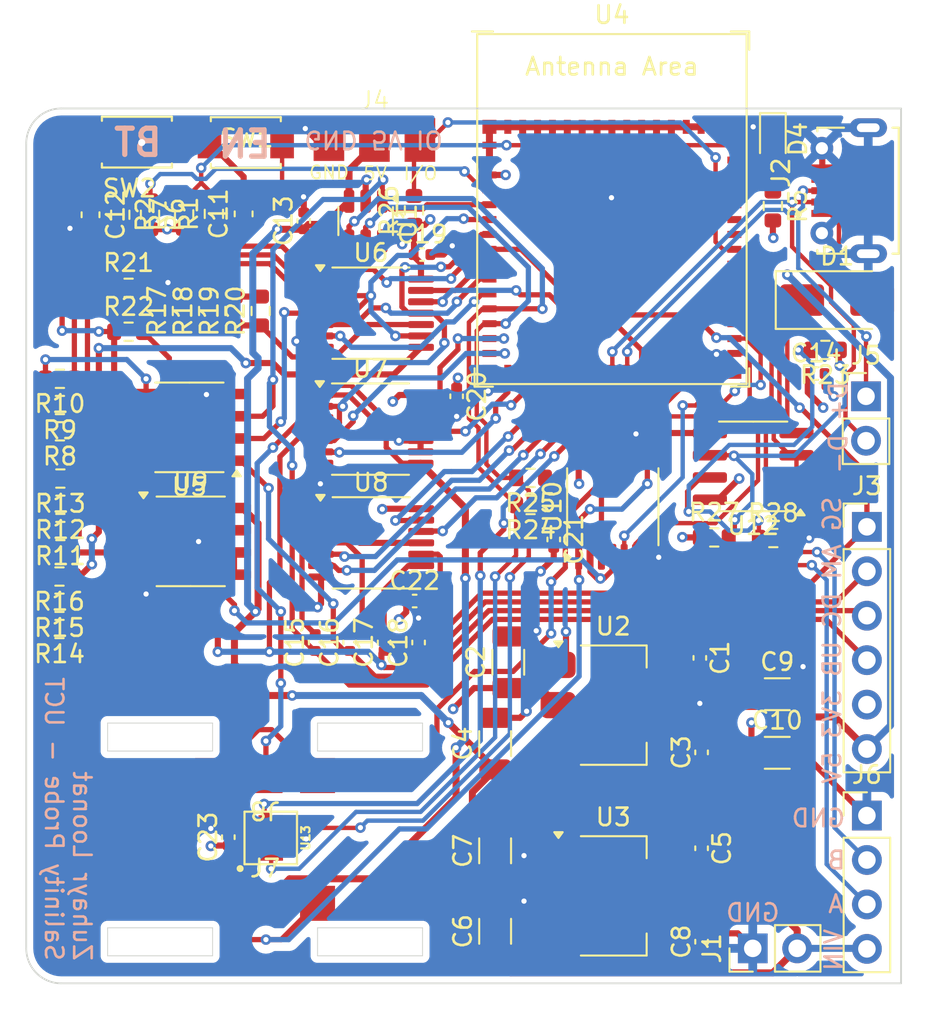
<source format=kicad_pcb>
(kicad_pcb (version 20240108) (generator "pcbnew") (generator_version "8.0")
  (title_block (title "Probe PCB") (date "2025-08-25") (rev "V4-0"))
  (layers (0 "F.Cu" signal) (1 "In1.Cu" signal) (2 "In2.Cu" signal) (31 "B.Cu" signal) (34 "B.Paste" user) (35 "F.Paste" user) (36 "B.SilkS" user "B.Silkscreen") (37 "F.SilkS" user "F.Silkscreen") (38 "B.Mask" user) (39 "F.Mask" user) (44 "Edge.Cuts" user))
  (net 0 "")
  (net 1 "5V")
  (net 2 "GND")
  (net 3 "3V3")
  (net 4 "9V")
  (net 5 "Net-(C11-Pad1)")
  (net 6 "Net-(C12-Pad1)")
  (net 7 "C_UBD")
  (net 8 "/UNB_DAC")
  (net 9 "C_DAC")
  (net 10 "/DAC")
  (net 11 "C_AMP")
  (net 12 "/AMP")
  (net 13 "C_SGN")
  (net 14 "/Signal")
  (net 15 "Net-(D1-A)")
  (net 16 "Net-(D4-A)")
  (net 17 "D+")
  (net 18 "D-")
  (net 19 "GPIO42")
  (net 20 "RS485_B-")
  (net 21 "RS485_A+")
  (net 22 "Au+ Shield")
  (net 23 "/Au+")
  (net 24 "/Au-")
  (net 25 "Au- Shield")
  (net 26 "EN")
  (net 27 "GPIO0")
  (net 28 "Net-(U6-NO1)")
  (net 29 "Net-(U6-NO2)")
  (net 30 "Net-(U6-NO3)")
  (net 31 "/Calib")
  (net 32 "Net-(U5B--)")
  (net 33 "SDA")
  (net 34 "SCL")
  (net 35 "SW_R1_100")
  (net 36 "INT")
  (net 38 "SW_Au-_SH+")
  (net 41 "SW_UBD")
  (net 43 "SW_SGN")
  (net 44 "SW_AMP")
  (net 45 "SW_R1_1K")
  (net 46 "SW_Au+_SH-")
  (net 48 "GPIO39")
  (net 50 "SW_Au-_GND")
  (net 51 "SW_Au-")
  (net 52 "SW_Au+_SH+")
  (net 53 "SW_Calib")
  (net 55 "SW_Au+")
  (net 56 "SW_Au+_GND")
  (net 57 "SW_Au-_SH-")
  (net 59 "SW_R1_10K")
  (net 60 "GPIO41")
  (net 61 "GPIO40")
  (net 62 "SW_DAC")
  (net 63 "Net-(U10-COM1)")
  (footprint "Resistor_SMD:R_0603_1608Metric" (layer "F.Cu") (at 145.85 32.76)
    (property "Reference" "R22")
    (property "Value" "10K")
  )
  (footprint "ThesisLib:SHOUHAN_MICROXNJ_Edited" (layer "F.Cu") (at 189.875 24.7 -90)
    (property "Reference" "J2")
    (property "Value" "USB_B_Micro")
  )
  (footprint "Connector_PinHeader_2.54mm:PinHeader_1x02_P2.54mm_Vertical" (layer "F.Cu") (at 181.525 68 90)
    (property "Reference" "J1")
    (property "Value" "PWR")
  )
  (footprint "Capacitor_SMD:C_0603_1608Metric" (layer "F.Cu") (at 152.425 26.025 90)
    (property "Reference" "C11")
    (property "Value" "10uF")
  )
  (footprint "Diode_SMD:D_SMA" (layer "F.Cu") (at 186.35 30.95)
    (property "Reference" "D1")
    (property "Value" "SS34")
  )
  (footprint "Resistor_SMD:R_0603_1608Metric" (layer "F.Cu") (at 150.725 26.025 90)
    (property "Reference" "R1")
    (property "Value" "470")
  )
  (footprint "ThesisLib:SW_TS-1088-AR02016" (layer "F.Cu") (at 152.55 21.95)
    (property "Reference" "SW1")
    (property "Value" "SW_En" (hide yes))
  )
  (footprint "Resistor_SMD:R_0603_1608Metric" (layer "F.Cu") (at 141.95 42.65 180)
    (property "Reference" "R12")
    (property "Value" "3K")
  )
  (footprint "Capacitor_SMD:C_0402_1005Metric" (layer "F.Cu") (at 155.8625 26.425 90)
    (property "Reference" "C13")
    (property "Value" "0.1uF")
  )
  (footprint "ThesisLib:CCLGA-7L" (layer "F.Cu") (at 153.975 61.69 -90)
    (property "Reference" "U13")
    (property "Value" "LPS28DFW")
  )
  (footprint "Capacitor_SMD:C_0402_1005Metric" (layer "F.Cu") (at 156.515 50.52 90)
    (property "Reference" "C15")
    (property "Value" "0.1uF")
  )
  (footprint "Resistor_SMD:R_0603_1608Metric" (layer "F.Cu") (at 162.1625 25.825 90)
    (property "Reference" "R26")
    (property "Value" "4.7K")
  )
  (footprint "Resistor_SMD:R_0603_1608Metric" (layer "F.Cu") (at 150.4 31.575 90)
    (property "Reference" "R18")
    (property "Value" "20")
  )
  (footprint "Capacitor_SMD:C_0402_1005Metric" (layer "F.Cu") (at 158.485 50.52 90)
    (property "Reference" "C16")
    (property "Value" "0.1uF")
  )
  (footprint "Capacitor_SMD:C_0402_1005Metric" (layer "F.Cu") (at 162.62 28.35)
    (property "Reference" "C19")
    (property "Value" "0.1uF")
  )
  (footprint "Capacitor_SMD:C_0402_1005Metric" (layer "F.Cu") (at 162.2 48.15)
    (property "Reference" "C22")
    (property "Value" "0.1uF")
  )
  (footprint "Capacitor_SMD:C_0402_1005Metric" (layer "F.Cu") (at 178.6 67.62 90)
    (property "Reference" "C8")
    (property "Value" "0.1uF")
  )
  (footprint "Capacitor_SMD:C_0402_1005Metric" (layer "F.Cu") (at 160.455 50.52 90)
    (property "Reference" "C17")
    (property "Value" "0.1uF")
  )
  (footprint "Resistor_SMD:R_0603_1608Metric" (layer "F.Cu") (at 179.325 44.515)
    (property "Reference" "R27")
    (property "Value" "4.7K")
  )
  (footprint "Resistor_SMD:R_0603_1608Metric" (layer "F.Cu") (at 141.9 48.25 180)
    (property "Reference" "R15")
    (property "Value" "30K")
  )
  (footprint "Resistor_SMD:R_0603_1608Metric" (layer "F.Cu") (at 151.9 31.575 90)
    (property "Reference" "R19")
    (property "Value" "20")
  )
  (footprint "Resistor_SMD:R_0603_1608Metric" (layer "F.Cu") (at 141.9 46.75 180)
    (property "Reference" "R16")
    (property "Value" "30K")
  )
  (footprint "ThesisLib:SW_TS-1088-AR02016" (layer "F.Cu") (at 146.325 21.925 180)
    (property "Reference" "SW2")
    (property "Value" "SW_Boot" (hide yes))
  )
  (footprint "Connector_PinHeader_2.54mm:PinHeader_1x02_P2.54mm_Vertical" (layer "F.Cu") (at 188 36.45)
    (property "Reference" "J5")
    (property "Value" "Data")
  )
  (footprint "Capacitor_SMD:C_0603_1608Metric" (layer "F.Cu") (at 143.675 26.075 -90)
    (property "Reference" "C12")
    (property "Value" "10uF")
  )
  (footprint "Resistor_SMD:R_0603_1608Metric" (layer "F.Cu") (at 185.675 33.8 180)
    (property "Reference" "R23")
    (property "Value" "120")
  )
  (footprint "Capacitor_SMD:C_0402_1005Metric" (layer "F.Cu") (at 170.15 44.63 -90)
    (property "Reference" "C21")
    (property "Value" "0.1uF")
  )
  (footprint "Connector_PinHeader_2.54mm:PinHeader_1x04_P2.54mm_Vertical" (layer "F.Cu") (at 188.05 60.41)
    (property "Reference" "J6")
    (property "Value" "Inter Board" (hide yes))
  )
  (footprint "Capacitor_SMD:C_1206_3216Metric" (layer "F.Cu") (at 166.8 67.025 90)
    (property "Reference" "C6")
    (property "Value" "22uF")
  )
  (footprint "Package_SO:TSSOP-14_4.4x5mm_P0.65mm" (layer "F.Cu") (at 159.675 38.325)
    (property "Reference" "U7")
    (property "Value" "4xSwitch")
  )
  (footprint "Resistor_SMD:R_0603_1608Metric" (layer "F.Cu") (at 168.825 42.6625 180)
    (property "Reference" "R24")
    (property "Value" "4.7K")
  )
  (footprint "ThesisLib:Au_Electrode_edited_1" (layer "F.Cu") (at 153.65 55.625 180)
    (property "Reference" "J8")
    (property "Value" "Au2")
    (fp_line (start 9 0.5) (end 3 0.5) (stroke (width 0.05)) (layer "Edge.Cuts"))
    (fp_line (start 9 -1.1) (end 9 0.5) (stroke (width 0.05)) (layer "Edge.Cuts"))
    (fp_line (start 3 -1.1) (end 9 -1.1) (stroke (width 0.05)) (layer "Edge.Cuts"))
    (fp_line (start 3 -1.1) (end 3 0.5) (stroke (width 0.05)) (layer "Edge.Cuts"))
    (fp_line (start -3 -1.1) (end -3 0.5) (stroke (width 0.05)) (layer "Edge.Cuts"))
    (fp_line (start -3 -1.1) (end -9 -1.1) (stroke (width 0.05)) (layer "Edge.Cuts"))
    (fp_line (start -9 0.5) (end -3 0.5) (stroke (width 0.05)) (layer "Edge.Cuts"))
    (fp_line (start -9 -1.1) (end -9 0.5) (stroke (width 0.05)) (layer "Edge.Cuts"))
  )
  (footprint "Package_TO_SOT_SMD:SOT-223-3_TabPin2" (layer "F.Cu") (at 173.55 54.1)
    (property "Reference" "U2")
    (property "Value" "AMS1117-3.3")
  )
  (footprint "PCM_Espressif:ESP32-S2-MINI-1" (layer "F.Cu") (at 173.475 28.05)
    (property "Reference" "U4")
    (property "Value" "ESP32-S2-MINI-1")
  )
  (footprint "Package_SO:TSSOP-14_4.4x5mm_P0.65mm" (layer "F.Cu") (at 159.7 31.7)
    (property "Reference" "U6")
    (property "Value" "4xSwitch")
  )
  (footprint "Capacitor_SMD:C_0402_1005Metric" (layer "F.Cu") (at 164.6 36.45 -90)
    (property "Reference" "C20")
    (property "Value" "0.1uF")
  )
  (footprint "Package_TO_SOT_SMD:SOT-23-6" (layer "F.Cu") (at 159.4 26.4375 -90)
    (property "Reference" "U1")
    (property "Value" "MCP4725xxx-xCH")
  )
  (footprint "Capacitor_SMD:C_1206_3216Metric" (layer "F.Cu") (at 166.8 62.425 90)
    (property "Reference" "C7")
    (property "Value" "22uF")
  )
  (footprint "Capacitor_SMD:C_0402_1005Metric" (layer "F.Cu") (at 162.425 50.52 90)
    (property "Reference" "C18")
    (property "Value" "0.1uF")
  )
  (footprint "Capacitor_SMD:C_0402_1005Metric" (layer "F.Cu") (at 178.5 51.4 -90)
    (property "Reference" "C1")
    (property "Value" "0.1uF")
  )
  (footprint "Resistor_SMD:R_0603_1608Metric" (layer "F.Cu") (at 141.925 35.45 180)
    (property "Reference" "R10")
    (property "Value" "300")
  )
  (footprint "Resistor_SMD:R_0603_1608Metric" (layer "F.Cu") (at 145.85 30.25)
    (property "Reference" "R21")
    (property "Value" "1K")
  )
  (footprint "Capacitor_SMD:C_1206_3216Metric" (layer "F.Cu") (at 182.925 56.825)
    (property "Reference" "C10")
    (property "Value" "22uF")
  )
  (footprint "Resistor_SMD:R_0603_1608Metric" (layer "F.Cu") (at 145.375 26.075 -90)
    (property "Reference" "R2")
    (property "Value" "470")
  )
  (footprint "Capacitor_SMD:C_1206_3216Metric" (layer "F.Cu") (at 182.925 53.475)
    (property "Reference" "C9")
    (property "Value" "22uF")
  )
  (footprint "Resistor_SMD:R_0603_1608Metric" (layer "F.Cu") (at 149.025 26.05 90)
    (property "Reference" "R7")
    (property "Value" "10K")
  )
  (footprint "Resistor_SMD:R_0603_1608Metric" (layer "F.Cu") (at 141.925 38.45 180)
    (property "Reference" "R8")
    (property "Value" "300")
  )
  (footprint "Resistor_SMD:R_0603_1608Metric" (layer "F.Cu") (at 168.825 41.1125 180)
    (property "Reference" "R25")
    (property "Value" "4.7K")
  )
  (footprint "Package_SO:SOIC-8_3.9x4.9mm_P1.27mm" (layer "F.Cu") (at 181.55 40.455 180)
    (property "Reference" "U12")
    (property "Value" "SP3485EN")
  )
  (footprint "ThesisLib:3-Wire Solder Pads" (layer "F.Cu") (at 159.9 23.55)
    (property "Reference" "J4")
    (property "Value" "Temp_Pads")
  )
  (footprint "Resistor_SMD:R_0603_1608Metric" (layer "F.Cu") (at 141.95 41.15 180)
    (property "Reference" "R13")
    (property "Value" "3K")
  )
  (footprint "Resistor_SMD:R_0603_1608Metric" (layer "F.Cu") (at 153.4 31.575 90)
    (property "Reference" "R20")
    (property "Value" "20")
  )
  (footprint "Package_SO:SOIC-8_3.9x4.9mm_P1.27mm" (layer "F.Cu") (at 149.4 44.74)
    (property "Reference" "U9")
    (property "Value" "LM358")
  )
  (footprint "Resistor_SMD:R_0603_1608Metric" (layer "F.Cu") (at 141.95 44.15 180)
    (property "Reference" "R11")
    (property "Value" "3K")
  )
  (footprint "Capacitor_SMD:C_0402_1005Metric" (layer "F.Cu") (at 178.6 62.28 -90)
    (property "Reference" "C5")
    (property "Value" "0.1uF")
  )
  (footprint "Resistor_SMD:R_0603_1608Metric" (layer "F.Cu") (at 141.9 49.75 180)
    (property "Reference" "R14")
    (property "Value" "30K")
  )
  (footprint "Resistor_SMD:R_0603_1608Metric" (layer "F.Cu") (at 148.9 31.575 90)
    (property "Reference" "R17")
    (property "Value" "20")
  )
  (footprint "Connector_PinHeader_2.54mm:PinHeader_1x06_P2.54mm_Vertical" (layer "F.Cu") (at 188.05 43.91)
    (property "Reference" "J3")
    (property "Value" "TP")
  )
  (footprint "Package_SO:SOIC-8_3.9x4.9mm_P1.27mm" (layer "F.Cu") (at 149.325 38.225 180)
    (property "Reference" "U5")
    (property "Value" "LM358")
  )
  (footprint "Package_SO:TSSOP-14_4.4x5mm_P0.65mm" (layer "F.Cu") (at 159.7125 44.825)
    (property "Reference" "U8")
    (property "Value" "4xSwitch")
  )
  (footprint "Resistor_SMD:R_0603_1608Metric" (layer "F.Cu") (at 182.7 44.55)
    (property "Reference" "R28")
    (property "Value" "4.7K")
  )
  (footprint "Capacitor_SMD:C_0402_1005Metric" (layer "F.Cu") (at 151.55 61.645 90)
    (property "Reference" "C23")
    (property "Value" "0.1uF")
  )
  (footprint "Resistor_SMD:R_0603_1608Metric" (layer "F.Cu") (at 147.075 26.075 -90)
    (property "Reference" "R6")
    (property "Value" "10K")
  )
  (footprint "Package_TO_SOT_SMD:SOT-223-3_TabPin2" (layer "F.Cu") (at 173.55 65)
    (property "Reference" "U3")
    (property "Value" "AMS1117-5.0")
  )
  (footprint "Capacitor_SMD:C_0402_1005Metric" (layer "F.Cu") (at 185.15 35.15)
    (property "Reference" "C14")
    (property "Value" "0.1uF")
  )
  (footprint "ThesisLib:Au_Electrode_edited_1" (layer "F.Cu") (at 153.65 67.925)
    (property "Reference" "J7")
    (property "Value" "Au1")
    (fp_line (start -9 -1.1) (end -9 0.5) (stroke (width 0.05)) (layer "Edge.Cuts"))
    (fp_line (start -9 0.5) (end -3 0.5) (stroke (width 0.05)) (layer "Edge.Cuts"))
    (fp_line (start -3 -1.1) (end -9 -1.1) (stroke (width 0.05)) (layer "Edge.Cuts"))
    (fp_line (start -3 -1.1) (end -3 0.5) (stroke (width 0.05)) (layer "Edge.Cuts"))
    (fp_line (start 3 -1.1) (end 3 0.5) (stroke (width 0.05)) (layer "Edge.Cuts"))
    (fp_line (start 3 -1.1) (end 9 -1.1) (stroke (width 0.05)) (layer "Edge.Cuts"))
    (fp_line (start 9 -1.1) (end 9 0.5) (stroke (width 0.05)) (layer "Edge.Cuts"))
    (fp_line (start 9 0.5) (end 3 0.5) (stroke (width 0.05)) (layer "Edge.Cuts"))
  )
  (footprint "LED_SMD:LED_0603_1608Metric" (layer "F.Cu") (at 182.675 21.75 -90)
    (property "Reference" "D4")
    (property "Value" "LED")
  )
  (footprint "Resistor_SMD:R_0603_1608Metric" (layer "F.Cu") (at 182.675 25.575 -90)
    (property "Reference" "R5")
    (property "Value" "1K")
  )
  (footprint "Capacitor_SMD:C_0402_1005Metric" (layer "F.Cu") (at 178.6 56.8 90)
    (property "Reference" "C3")
    (property "Value" "0.1uF")
  )
  (footprint "Package_SO:TSSOP-14_4.4x5mm_P0.65mm" (layer "F.Cu") (at 173.525 42.7625 90)
    (property "Reference" "U10")
    (property "Value" "4xSwitch")
  )
  (footprint "Capacitor_SMD:C_1206_3216Metric" (layer "F.Cu") (at 167.55 51.65 90)
    (property "Reference" "C2")
    (property "Value" "22uF")
  )
  (footprint "Resistor_SMD:R_0603_1608Metric" (layer "F.Cu") (at 141.925 36.95 180)
    (property "Reference" "R9")
    (property "Value" "300")
  )
  (footprint "Capacitor_SMD:C_1206_3216Metric" (layer "F.Cu") (at 166.8 56.3 90)
    (property "Reference" "C4")
    (property "Value" "22uF")
  )
  (gr_arc (start 142 70) (mid 140.585786 69.414214) (end 140 68) (stroke (width 0.1)) (layer "Edge.Cuts"))
  (gr_line (start 142 20) (end 190 20) (stroke (width 0.1)) (layer "Edge.Cuts"))
  (gr_line (start 190 70) (end 142 70) (stroke (width 0.1)) (layer "Edge.Cuts"))
  (gr_line (start 190 20) (end 190 70) (stroke (width 0.1)) (layer "Edge.Cuts"))
  (gr_line (start 140 68) (end 140 22) (stroke (width 0.1)) (layer "Edge.Cuts"))
  (gr_arc (start 140 22) (mid 140.585786 20.585786) (end 142 20) (stroke (width 0.1)) (layer "Edge.Cuts"))
  (gr_text "SG AM DC UB 3V3 5V" (at 186.65 42.1 90) (layer "B.SilkS") (effects (font (size 1 1)) (justify left bottom mirror)))
  (gr_text "A" (at 186.8 66.05 0) (layer "B.SilkS") (effects (font (size 1 1)) (justify left bottom mirror)))
  (gr_text "EN" (at 154.15 22.925 0) (layer "B.SilkS") (effects (font (size 1.5 1.5) (thickness 0.3) (bold yes)) (justify left bottom mirror)))
  (gr_text "GND 5V IO" (at 155.8 21.2 180) (layer "B.SilkS") (effects (font (size 1 1)) (justify left bottom mirror)))
  (gr_text "VIN" (at 186.75 66.8 90) (layer "B.SilkS") (effects (font (size 1 1) (thickness 0.15) (bold yes)) (justify left bottom mirror)))
  (gr_text "BT" (at 147.9 22.825 0) (layer "B.SilkS") (effects (font (size 1.5 1.5) (thickness 0.3) (bold yes)) (justify left bottom mirror)))
  (gr_text "B" (at 186.9 63.55 0) (layer "B.SilkS") (effects (font (size 1 1)) (justify left bottom mirror)))
  (gr_text "Zuhayr Loonat\nSalinity Probe - UCT" (at 141 68.8 -90) (layer "B.SilkS") (effects (font (size 1 1)) (justify left bottom mirror)))
  (gr_text "GND" (at 186.9 61.15 0) (layer "B.SilkS") (effects (font (size 1 1)) (justify left bottom mirror)))
  (gr_text "GND" (at 183.15 66.55 0) (layer "B.SilkS") (effects (font (size 1 1)) (justify left bottom mirror)))
  (gr_text "D+ D-" (at 187 35.525 90) (layer "B.SilkS") (effects (font (size 1 1)) (justify left bottom mirror)))
  (segment (start 176.7 66.9) (end 177.9 68.1) (width 0.4) (layer "F.Cu") (net 1))
  (segment (start 153.25 43.723026) (end 152.361974 42.835) (width 0.4) (layer "F.Cu") (net 1))
  (segment (start 155.2 53.55) (end 153.7 53.55) (width 0.4) (layer "F.Cu") (net 1))
  (segment (start 182.75 54.775) (end 186.215 54.775) (width 0.4) (layer "F.Cu") (net 1))
  (segment (start 154.355 26.905) (end 155.8625 26.905) (width 0.4) (layer "F.Cu") (net 1))
  (segment (start 159.9 22.075) (end 159.9 21.8) (width 0.4) (layer "F.Cu") (net 1))
  (segment (start 156.1425 26.625) (end 155.8625 26.905) (width 0.4) (layer "F.Cu") (net 1))
  (segment (start 184.35 30.95) (end 184.35 30.35) (width 0.4) (layer "F.Cu") (net 1))
  (segment (start 151.9 49.95) (end 153.1 48.75) (width 0.4) (layer "F.Cu") (net 1))
  (segment (start 166.8 57.775) (end 169.025 57.775) (width 0.4) (layer "F.Cu") (net 1))
  (segment (start 165.5 62.6) (end 165.5 59.075) (width 0.4) (layer "F.Cu") (net 1))
  (segment (start 170.4 65) (end 176.7 65) (width 0.4) (layer "F.Cu") (net 1))
  (segment (start 153.25 48.6) (end 153.25 43.723026) (width 0.4) (layer "F.Cu") (net 1))
  (segment (start 177.9 68.1) (end 178.6 68.1) (width 0.4) (layer "F.Cu") (net 1))
  (segment (start 149.17 40.13) (end 151.875 42.835) (width 0.4) (layer "F.Cu") (net 1))
  (segment (start 153.7 53.55) (end 151.9 51.75) (width 0.4) (layer "F.Cu") (net 1))
  (segment (start 169.3 63.9) (end 170.4 65) (width 0.4) (layer "F.Cu") (net 1))
  (segment (start 184.35 30.95) (end 183.85 31.45) (width 0.4) (layer "F.Cu") (net 1))
  (segment (start 157.125 26.625) (end 158.45 25.3) (width 0.4) (layer "F.Cu") (net 1))
  (segment (start 176.7 65) (end 176.7 66.9) (width 0.4) (layer "F.Cu") (net 1))
  (segment (start 169.025 57.775) (end 170.4 56.4) (width 0.4) (layer "F.Cu") (net 1))
  (segment (start 158.45 23.525) (end 159.9 22.075) (width 0.4) (layer "F.Cu") (net 1))
  (segment (start 181.45 53.475) (end 182.75 54.775) (width 0.4) (layer "F.Cu") (net 1))
  (segment (start 184.35 30.35) (end 183.5 29.5) (width 0.4) (layer "F.Cu") (net 1))
  (segment (start 152.361974 42.835) (end 151.875 42.835) (width 0.4) (layer "F.Cu") (net 1))
  (segment (start 175.88 50.92) (end 178.5 50.92) (width 0.4) (layer "F.Cu") (net 1))
  (segment (start 154.35 26.9) (end 154.355 26.905) (width 0.4) (layer "F.Cu") (net 1))
  (segment (start 166.8 63.9) (end 169.3 63.9) (width 0.4) (layer "F.Cu") (net 1))
  (segment (start 186.215 54.775) (end 188.05 56.61) (width 0.4) (layer "F.Cu") (net 1))
  (segment (start 146.85 40.13) (end 149.17 40.13) (width 0.4) (layer "F.Cu") (net 1))
  (segment (start 153.1 48.75) (end 153.25 48.6) (width 0.4) (layer "F.Cu") (net 1))
  (segment (start 166.8 63.9) (end 165.5 62.6) (width 0.4) (layer "F.Cu") (net 1))
  (segment (start 158.45 25.3) (end 158.45 23.525) (width 0.4) (layer "F.Cu") (net 1))
  (segment (start 164.125 55.1) (end 166.8 57.775) (width 0.4) (layer "F.Cu") (net 1))
  (segment (start 170.4 56.4) (end 175.88 50.92) (width 0.4) (layer "F.Cu") (net 1))
  (segment (start 178.5 50.92) (end 178.895 50.92) (width 0.4) (layer "F.Cu") (net 1))
  (segment (start 178.895 50.92) (end 181.45 53.475) (width 0.4) (layer "F.Cu") (net 1))
  (segment (start 151.9 51.75) (end 151.9 49.95) (width 0.4) (layer "F.Cu") (net 1))
  (segment (start 156.1425 26.625) (end 157.125 26.625) (width 0.4) (layer "F.Cu") (net 1))
  (segment (start 165.5 59.075) (end 166.8 57.775) (width 0.4) (layer "F.Cu") (net 1))
  (segment (start 164.1 55.1) (end 164.125 55.1) (width 0.4) (layer "F.Cu") (net 1))
  (via (at 153.1 48.75) (size 0.6) (drill 0.3) (layers "F.Cu" "B.Cu") (net 1))
  (via (at 155.2 53.55) (size 0.6) (drill 0.3) (layers "F.Cu" "B.Cu") (net 1))
  (via (at 183.5 29.5) (size 0.6) (drill 0.3) (layers "F.Cu" "B.Cu") (net 1))
  (via (at 164.125 55.1) (size 0.6) (drill 0.3) (layers "F.Cu" "B.Cu") (net 1))
  (via (at 154.35 26.9) (size 0.6) (drill 0.3) (layers "F.Cu" "B.Cu") (net 1))
  (segment (start 162.575 53.55) (end 164.125 55.1) (width 0.4) (layer "B.Cu") (net 1))
  (segment (start 189.4 55.26) (end 188.05 56.61) (width 0.4) (layer "B.Cu") (net 1))
  (segment (start 154.35 26.9) (end 152.95 28.3) (width 0.4) (layer "B.Cu") (net 1))
  (segment (start 153.25 34.83995) (end 152.65 35.43995) (width 0.4) (layer "B.Cu") (net 1))
  (segment (start 152.95 28.3) (end 152.95 33.96005) (width 0.4) (layer "B.Cu") (net 1))
  (segment (start 152.65 48.3) (end 153.1 48.75) (width 0.4) (layer "B.Cu") (net 1))
  (segment (start 152.95 33.96005) (end 153.25 34.26005) (width 0.4) (layer "B.Cu") (net 1))
  (segment (start 183.5 29.5) (end 189.4 35.4) (width 0.4) (layer "B.Cu") (net 1))
  (segment (start 153.25 34.26005) (end 153.25 34.83995) (width 0.4) (layer "B.Cu") (net 1))
  (segment (start 155.2 53.55) (end 162.575 53.55) (width 0.4) (layer "B.Cu") (net 1))
  (segment (start 189.4 35.4) (end 189.4 55.26) (width 0.4) (layer "B.Cu") (net 1))
  (segment (start 152.65 35.43995) (end 152.65 48.3) (width 0.4) (layer "B.Cu") (net 1))
  (segment (start 161.3125 27.575) (end 160.35 27.575) (width 0.35) (layer "F.Cu") (net 2))
  (segment (start 180.475 23.8) (end 180.475 24.65) (width 0.4) (layer "F.Cu") (net 2))
  (segment (start 152.85 61.115) (end 151.6 61.115) (width 0.35) (layer "F.Cu") (net 2))
  (segment (start 166.8 65.55) (end 168.2 65.55) (width 0.35) (layer "F.Cu") (net 2))
  (segment (start 162.575 44.825) (end 159.067462 44.825) (width 0.35) (layer "F.Cu") (net 2))
  (segment (start 150.475 45.375) (end 149.85 44.75) (width 0.35) (layer "F.Cu") (net 2))
  (segment (start 173.475 26.4) (end 173.475 29.7) (width 0.4) (layer "F.Cu") (net 2))
  (segment (start 170.4 51.8) (end 170.85 51.35) (width 0.35) (layer "F.Cu") (net 2))
  (segment (start 155.8625 25.945) (end 155.8625 25.0625) (width 0.35) (layer "F.Cu") (net 2))
  (segment (start 155.8625 25.0625) (end 155.85 25.05) (width 0.35) (layer "F.Cu") (net 2))
  (segment (start 153.975 61.69) (end 154.55 62.265) (width 0.35) (layer "F.Cu") (net 2))
  (segment (start 179.425 34.075) (end 179.45 34.05) (width 0.35) (layer "F.Cu") (net 2))
  (segment (start 146.925 46.645) (end 146.925 47.675) (width 0.35) (layer "F.Cu") (net 2))
  (segment (start 179.075 38.55) (end 174.9 38.55) (width 0.35) (layer "F.Cu") (net 2))
  (segment (start 174.9 38.55) (end 174.85 38.6) (width 0.35) (layer "F.Cu") (net 2))
  (segment (start 173.475 25.125) (end 173.45 25.1) (width 0.4) (layer "F.Cu") (net 2))
  (segment (start 175.125 26.4) (end 175.125 29.7) (width 0.4) (layer "F.Cu") (net 2))
  (segment (start 162.68 48.86576) (end 162.42288 49.12288) (width 0.35) (layer "F.Cu") (net 2))
  (segment (start 163.1 28.35) (end 163.85 28.35) (width 0.35) (layer "F.Cu") (net 2))
  (segment (start 181.55 21.05) (end 182.5875 21.05) (width 0.4) (layer "F.Cu") (net 2))
  (segment (start 154.55 62.265) (end 155.3 62.265) (width 0.35) (layer "F.Cu") (net 2))
  (segment (start 185.63 35.15) (end 185.63 35.93) (width 0.35) (layer "F.Cu") (net 2))
  (segment (start 155.3 62.265) (end 155.485 62.265) (width 0.35) (layer "F.Cu") (net 2))
  (segment (start 179.425 35.05) (end 180.475 35.05) (width 0.35) (layer "F.Cu") (net 2))
  (segment (start 178.5 56.22) (end 178.6 56.32) (width 0.35) (layer "F.Cu") (net 2))
  (segment (start 156.85 46.775) (end 156.85 48.3) (width 0.35) (layer "F.Cu") (net 2))
  (segment (start 181.525 68) (end 180.665 67.14) (width 0.35) (layer "F.Cu") (net 2))
  (segment (start 158.066984 43.824522) (end 157.9625 43.824522) (width 0.35) (layer "F.Cu") (net 2))
  (segment (start 187.985 60.41) (end 188.05 60.41) (width 0.35) (layer "F.Cu") (net 2))
  (segment (start 166.475 35.05) (end 166.475 36.075) (width 0.35) (layer "F.Cu") (net 2))
  (segment (start 180.475 21.05) (end 166.475 21.05) (width 0.4) (layer "F.Cu") (net 2))
  (segment (start 157.612022 44.175) (end 157.9625 43.824522) (width 0.35) (layer "F.Cu") (net 2))
  (segment (start 159.067462 44.825) (end 158.066984 43.824522) (width 0.35) (layer "F.Cu") (net 2))
  (segment (start 171.825 29.7) (end 171.825 26.4) (width 0.4) (layer "F.Cu") (net 2))
  (segment (start 188.15 23.9) (end 188.15 25.5) (width 0.35) (layer "F.Cu") (net 2))
  (segment (start 151.55 61.165) (end 150.565 61.165) (width 0.35) (layer "F.Cu") (net 2))
  (segment (start 157.3 21.75) (end 156.55 21.75) (width 0.35) (layer "F.Cu") (net 2))
  (segment (start 184.4 53.475) (end 184.4 51.9) (width 0.35) (layer "F.Cu") (net 2))
  (segment (start 174.825 39.9) (end 174.825 38.625) (width 0.3) (layer "F.Cu") (net 2))
  (segment (start 145.025 30.25) (end 145.875 29.4) (width 0.35) (layer "F.Cu") (net 2))
  (segment (start 166.475 36.075) (end 166.4 36.15) (width 0.35) (layer "F.Cu") (net 2))
  (segment (start 155.485 62.265) (end 156 61.75) (width 0.35) (layer "F.Cu") (net 2))
  (segment (start 184.4 56.825) (end 187.985 60.41) (width 0.35) (layer "F.Cu") (net 2))
  (segment (start 151.6 61.115) (end 151.55 61.165) (width 0.35) (layer "F.Cu") (net 2))
  (segment (start 183.525 44.55) (end 184.75 44.55) (width 0.35) (layer "F.Cu") (net 2))
  (segment (start 175.475 45.625) (end 176.125 45.625) (width 0.35) (layer "F.Cu") (net 2))
  (segment (start 151.875 45.375) (end 150.475 45.375) (width 0.35) (layer "F.Cu") (net 2))
  (segment (start 157.9625 43.0125) (end 157.825 42.875) (width 0.35) (layer "F.Cu") (net 2))
  (segment (start 168.2 65.55) (end 168.45 65.3) (width 0.35) (layer "F.Cu") (net 2))
  (segment (start 168.225 54.825) (end 168.6 54.45) (width 0.35) (layer "F.Cu") (net 2))
  (segment (start 163.85 28.35) (end 164.35 27.85) (width 0.35) (layer "F.Cu") (net 2))
  (segment (start 170.15 45.7) (end 169.4 46.45) (width 0.35) (layer "F.Cu") (net 2))
  (segment (start 162.68 48.15) (end 162.68 48.86576) (width 0.35) (layer "F.Cu") (net 2))
  (segment (start 159.4 25.3) (end 159.4 24.125) (width 0.35) (layer "F.Cu") (net 2))
  (segment (start 174.825 38.625) (end 174.85 38.6) (width 0.3) (layer "F.Cu") (net 2))
  (segment (start 185.5 23.4) (end 185.5 22.3) (width 0.35) (layer "F.Cu") (net 2))
  (segment (start 161.4875 27.75) (end 161.3125 27.575) (width 0.35) (layer "F.Cu") (net 2))
  (segment (start 146.925 47.675) (end 146.85 47.75) (width 0.35) (layer "F.Cu") (net 2))
  (segment (start 181.025 23.8) (end 181.55 23.275) (width 0.4) (layer "F.Cu") (net 2))
  (segment (start 178.6 67.14) (end 178.6 62.76) (width 0.35) (layer "F.Cu") (net 2))
  (segment (start 182.5875 21.05) (end 182.675 20.9625) (width 0.4) (layer "F.Cu") (net 2))
  (segment (start 159.4 24.125) (end 159.45 24.075) (width 0.35) (layer "F.Cu") (net 2))
  (segment (start 152.425 23.9) (end 152.425 25.25) (width 0.35) (layer "F.Cu") (net 2))
  (segment (start 150.475 21.95) (end 152.425 23.9) (width 0.35) (layer "F.Cu") (net 2))
  (segment (start 164.6 36.93) (end 164.6 37.6) (width 0.35) (layer "F.Cu") (net 2))
  (segment (start 185.5 23.4) (end 185.5 24.05) (width 0.35) (layer "F.Cu") (net 2))
  (segment (start 170.85 51.35) (end 170.85 49.9) (width 0.35) (layer "F.Cu") (net 2))
  (segment (start 156.8375 33.65) (end 155.8 33.65) (width 0.35) (layer "F.Cu") (net 2))
  (segment (start 151.875 45.375) (end 151.875 46.645) (width 0.35) (layer "F.Cu") (net 2))
  (segment (start 162.575 48.045) (end 162.68 48.15) (width 0.35) (layer "F.Cu") (net 2))
  (segment (start 184.1625 20.9625) (end 185.475 22.275) (width 0.4) (layer "F.Cu") (net 2))
  (segment (start 171.825 26.4) (end 175.125 26.4) (width 0.4) (layer "F.Cu") (net 2))
  (segment (start 166.8 60.95) (end 168.65 60.95) (width 0.35) (layer "F.Cu") (net 2))
  (segment (start 145.875 29.4) (end 147.55 29.4) (width 0.35) (layer "F.Cu") (net 2))
  (segment (start 188.15 23.9) (end 188.15 21.125) (width 0.35) (layer "F.Cu") (net 2))
  (segment (start 166.8 54.825) (end 168.225 54.825) (width 0.35) (layer "F.Cu") (net 2))
  (segment (start 176.125 45.625) (end 176.15 45.65) (width 0.35) (layer "F.Cu") (net 2))
  (segment (start 168.65 60.95) (end 170.4 62.7) (width 0.35) (layer "F.Cu") (net 2))
  (segment (start 156.8125 40.275) (end 156.8125 42.8375) (width 0.35) (layer "F.Cu") (net 2))
  (segment (start 143.675 26.85) (end 142.5 26.85) (width 0.35) (layer "F.Cu") (net 2))
  (segment (start 171.825 28.05) (end 175.125 28.05) (width 0.4) (layer "F.Cu") (net 2))
  (segment (start 156.85 48.3) (end 156.65 48.5) (width 0.35) (layer "F.Cu") (net 2))
  (segment (start 150.33 36.32) (end 150.3 36.35) (width 0.35) (layer "F.Cu") (net 2))
  (segment (start 146.625 21.925) (end 146.6 21.95) (width 0.35) (layer "F.Cu") (net 2))
  (segment (start 182.675 20.9625) (end 184.1625 20.9625) (width 0.4) (layer "F.Cu") (net 2))
  (segment (start 185.63 35.93) (end 186.15 36.45) (width 0.35) (layer "F.Cu") (net 2))
  (segment (start 180.475 23.8) (end 181.025 23.8) (width 0.4) (layer "F.Cu") (net 2))
  (segment (start 168.825 50.175) (end 169.15 49.85) (width 0.35) (layer "F.Cu") (net 2))
  (segment (start 162.5375 39.625) (end 162.5375 38.975) (width 0.35) (layer "F.Cu") (net 2))
  (segment (start 157.9625 43.824522) (end 157.9625 43.0125) (width 0.35) (layer "F.Cu") (net 2))
  (segment (start 155.1 62.265) (end 155.3 62.265) (width 0.35) (layer "F.Cu") (net 2))
  (segment (start 173.475 26.4) (end 173.475 25.125) (width 0.4) (layer "F.Cu") (net 2))
  (segment (start 166.475 21.05) (end 166.475 22.95) (width 0.4) (layer "F.Cu") (net 2))
  (segment (start 178.5 51.88) (end 178.5 56.22) (width 0.35) (layer "F.Cu") (net 2))
  (segment (start 148.4 21.925) (end 150.45 21.925) (width 0.35) (layer "F.Cu") (net 2))
  (segment (start 175.125 29.7) (end 171.825 29.7) (width 0.4) (layer "F.Cu") (net 2))
  (segment (start 150.45 21.925) (end 150.475 21.95) (width 0.35) (layer "F.Cu") (net 2))
  (segment (start 179.425 35.05) (end 179.425 34.075) (width 0.35) (layer "F.Cu") (net 2))
  (segment (start 147.55 29.4) (end 148.9 30.75) (width 0.35) (layer "F.Cu") (net 2))
  (segment (start 162.5375 38.975) (end 161.3 38.975) (width 0.35) (layer "F.Cu") (net 2))
  (segment (start 156.85 44.175) (end 157.612022 44.175) (width 0.35) (layer "F.Cu") (net 2))
  (segment (start 174.175 39.9) (end 174.825 39.9) (width 0.3) (layer "F.Cu") (net 2))
  (segment (start 155.8 33.65) (end 155.45 33.3) (width 0.35) (layer "F.Cu") (net 2))
  (segment (start 181.55 23.275) (end 181.55 21.05) (width 0.4) (layer "F.Cu") (net 2))
  (segment (start 148.9 30.75) (end 153.4 30.75) (width 0.35) (layer "F.Cu") (net 2))
  (segment (start 157.825 42.875) (end 156.85 42.875) (width 0.35) (layer "F.Cu") (net 2))
  (segment (start 170.4 62.7) (end 168.45 62.7) (width 0.35) (layer "F.Cu") (net 2))
  (segment (start 180.475 21.05) (end 181.55 21.05) (width 0.4) (layer "F.Cu") (net 2))
  (segment (start 156.55 21.75) (end 155.95 21.15) (width 0.35) (layer "F.Cu") (net 2))
  (segment (start 188.15 21.125) (end 188.125 21.1) (width 0.35) (layer "F.Cu") (net 2))
  (segment (start 162.575 46.775) (end 162.575 48.045) (width 0.35) (layer "F.Cu") (net 2))
  (segment (start 148.4 21.925) (end 146.625 21.925) (width 0.35) (layer "F.Cu") (net 2))
  (segment (start 185.5 22.3) (end 185.475 22.275) (width 0.35) (layer "F.Cu") (net 2))
  (segment (start 167.55 50.175) (end 168.825 50.175) (width 0.35) (layer "F.Cu") (net 2))
  (segment (start 151.8 36.32) (end 150.33 36.32) (width 0.35) (layer "F.Cu") (net 2))
  (segment (start 170.15 45.11) (end 170.15 45.7) (width 0.35) (layer "F.Cu") (net 2))
  (segment (start 156.8125 42.8375) (end 156.85 42.875) (width 0.35) (layer "F.Cu") (net 2))
  (segment (start 150.565 61.165) (end 150.55 61.15) (width 0.35) (layer "F.Cu") (net 2))
  (segment (start 180.665 67.14) (end 178.6 67.14) (width 0.35) (layer "F.Cu") (net 2))
  (via (at 169.15 49.85) (size 0.6) (drill 0.3) (layers "F.Cu" "B.Cu") (net 2))
  (via (at 186.15 36.45) (size 0.6) (drill 0.3) (layers "F.Cu" "B.Cu") (net 2))
  (via (at 168.45 65.3) (size 0.6) (drill 0.3) (layers "F.Cu" "B.Cu") (net 2))
  (via (at 162.42288 49.12288) (size 0.6) (drill 0.3) (layers "F.Cu" "B.Cu") (net 2))
  (via (at 148.1 29.95) (size 0.6) (drill 0.3) (layers "F.Cu" "B.Cu") (net 2))
  (via (at 156.8125 41.45) (size 0.6) (drill 0.3) (layers "F.Cu" "B.Cu") (net 2))
  (via (at 181.55 21.05) (size 0.6) (drill 0.3) (layers "F.Cu" "B.Cu") (net 2))
  (via (at 169.4 46.45) (size 0.6) (drill 0.3) (layers "F.Cu" "B.Cu") (net 2))
  (via (at 164.35 27.85) (size 0.6) (drill 0.3) (layers "F.Cu" "B.Cu") (net 2))
  (via (at 178.5 54) (size 0.6) (drill 0.3) (layers "F.Cu" "B.Cu") (net 2))
  (via (at 156 61.75) (size 0.6) (drill 0.3) (layers "F.Cu" "B.Cu") (net 2))
  (via (at 155.45 33.3) (size 0.6) (drill 0.3) (layers "F.Cu" "B.Cu") (net 2))
  (via (at 142.5 26.85) (size 0.6) (drill 0.3) (layers "F.Cu" "B.Cu") (net 2))
  (via (at 161.4875 27.75) (size 0.6) (drill 0.3) (layers "F.Cu" "B.Cu") (net 2))
  (via (at 170.85 49.9) (size 0.6) (drill 0.3) (layers "F.Cu" "B.Cu") (net 2))
  (via (at 168.6 54.45) (size 0.6) (drill 0.3) (layers "F.Cu" "B.Cu") (net 2))
  (via (at 156.65 48.5) (size 0.6) (drill 0.3) (layers "F.Cu" "B.Cu") (net 2))
  (via (at 161.3 38.975) (size 0.6) (drill 0.3) (layers "F.Cu" "B.Cu") (net 2))
  (via (at 150.3 36.35) (size 0.6) (drill 0.3) (layers "F.Cu" "B.Cu") (net 2))
  (via (at 176.15 45.65) (size 0.6) (drill 0.3) (layers "F.Cu" "B.Cu") (net 2))
  (via (at 146.6 21.95) (size 0.8) (drill 0.4) (layers "F.Cu" "B.Cu") (net 2))
  (via (at 159.45 24.075) (size 0.6) (drill 0.3) (layers "F.Cu" "B.Cu") (net 2))
  (via (at 184.4 51.9) (size 0.6) (drill 0.3) (layers "F.Cu" "B.Cu") (net 2))
  (via (at 168.45 62.7) (size 0.6) (drill 0.3) (layers "F.Cu" "B.Cu") (net 2))
  (via (at 179.45 34.05) (size 0.6) (drill 0.3) (layers "F.Cu" "B.Cu") (net 2))
  (via (at 149.85 44.75) (size 0.6) (drill 0.3) (layers "F.Cu" "B.Cu") (net 2))
  (via (at 155.95 21.15) (size 0.6) (drill 0.3) (layers "F.Cu" "B.Cu") (net 2))
  (via (at 146.85 47.75) (size 0.6) (drill 0.3) (layers "F.Cu" "B.Cu") (net 2))
  (via (at 184.75 44.55) (size 0.6) (drill 0.3) (layers "F.Cu" "B.Cu") (net 2))
  (via (at 155.85 25.05) (size 0.6) (drill 0.3) (layers "F.Cu" "B.Cu") (net 2))
  (via (at 173.45 25.1) (size 0.6) (drill 0.3) (layers "F.Cu" "B.Cu") (net 2))
  (via (at 174.85 38.6) (size 0.6) (drill 0.3) (layers "F.Cu" "B.Cu") (net 2))
  (via (at 164.6 37.6) (size 0.6) (drill 0.3) (layers "F.Cu" "B.Cu") (net 2))
  (via (at 166.4 36.15) (size 0.6) (drill 0.3) (layers "F.Cu" "B.Cu") (net 2))
  (via (at 150.55 61.15) (size 0.6) (drill 0.3) (layers "F.Cu" "B.Cu") (net 2))
  (segment (start 162.1625 28.3275) (end 162.14 28.35) (width 0.35) (layer "F.Cu") (net 3))
  (segment (start 161.325 36.375) (end 160.95 36.75) (width 0.35) (layer "F.Cu") (net 3))
  (segment (start 184.67 35.15) (end 184.67 36.22) (width 0.35) (layer "F.Cu") (net 3))
  (segment (start 162.14 28.35) (end 162.14 28.4322) (width 0.35) (layer "F.Cu") (net 3))
  (segment (start 152.71 62.125) (end 152.85 62.265) (width 0.35) (layer "F.Cu") (net 3))
  (segment (start 170.3625 41.1125) (end 169.65 41.1125) (width 0.35) (layer "F.Cu") (net 3))
  (segment (start 165.594239 53.125) (end 164.400001 54.319238) (width 0.35) (layer "F.Cu") (net 3))
  (segment (start 179.075 42.36) (end 179.54 42.36) (width 0.35) (layer "F.Cu") (net 3))
  (segment (start 162.14 28.4322) (end 162.5625 28.8547) (width 0.35) (layer "F.Cu") (net 3))
  (segment (start 177.98 57.28) (end 178.6 57.28) (width 0.35) (layer "F.Cu") (net 3))
  (segment (start 162.1625 26.65) (end 162.78076 26.65) (width 0.35) (layer "F.Cu") (net 3))
  (segment (start 178.5 44.515) (end 177.515 44.515) (width 0.35) (layer "F.Cu") (net 3))
  (segment (start 176.7 56) (end 177.98 57.28) (width 0.35) (layer "F.Cu") (net 3))
  (segment (start 170.15 44.15) (end 170.15 43.1625) (width 0.35) (layer "F.Cu") (net 3))
  (segment (start 162.5625 28.8547) (end 162.5625 29.75) (width 0.35) (layer "F.Cu") (net 3))
  (segment (start 177.515 44.515) (end 177.5 44.5) (width 0.35) (layer "F.Cu") (net 3))
  (segment (start 170.15 43.1625) (end 169.65 42.6625) (width 0.35) (layer "F.Cu") (net 3))
  (segment (start 162.575 42.875) (end 160.375 42.875) (width 0.35) (layer "F.Cu") (net 3))
  (segment (start 151.55 62.125) (end 152.71 62.125) (width 0.35) (layer "F.Cu") (net 3))
  (segment (start 161.72 48.78) (end 161.3 49.2) (width 0.35) (layer "F.Cu") (net 3))
  (segment (start 150.575 62.125) (end 150.55 62.15) (width 0.35) (layer "F.Cu") (net 3))
  (segment (start 149 26.9) (end 149.025 26.875) (width 0.35) (layer "F.Cu") (net 3))
  (segment (start 162.78076 26.65) (end 163.09038 26.34038) (width 0.35) (layer "F.Cu") (net 3))
  (segment (start 164.6 35.469238) (end 164.675 35.394238) (width 0.35) (layer "F.Cu") (net 3))
  (segment (start 180.995 57.28) (end 181.45 56.825) (width 0.35) (layer "F.Cu") (net 3))
  (segment (start 169.425 53.125) (end 170.4 54.1) (width 0.35) (layer "F.Cu") (net 3))
  (segment (start 178.6 57.28) (end 180.995 57.28) (width 0.35) (layer "F.Cu") (net 3))
  (segment (start 161.72 48.15) (end 161.72 48.78) (width 0.35) (layer "F.Cu") (net 3))
  (segment (start 147.075 26.9) (end 149 26.9) (width 0.35) (layer "F.Cu") (net 3))
  (segment (start 176.7 54.1) (end 176.7 56) (width 0.35) (layer "F.Cu") (net 3))
  (segment (start 171.575 39.9) (end 170.3625 41.1125) (width 0.35) (layer "F.Cu") (net 3))
  (segment (start 164.6 35.97) (end 164.6 35.469238) (width 0.35) (layer "F.Cu") (net 3))
  (segment (start 171.575 41.425) (end 171.6 41.45) (width 0.35) (layer "F.Cu") (net 3))
  (segment (start 151.55 62.125) (end 150.575 62.125) (width 0.35) (layer "F.Cu") (net 3))
  (segment (start 182.675 27.375) (end 182.7 27.4) (width 0.35) (layer "F.Cu") (net 3))
  (segment (start 171.575 39.9) (end 171.575 41.425) (width 0.35) (layer "F.Cu") (net 3))
  (segment (start 166.475 23.8) (end 167.4 23.8) (width 0.35) (layer "F.Cu") (net 3))
  (segment (start 169.65 41.1125) (end 169.65 42.6625) (width 0.35) (layer "F.Cu") (net 3))
  (segment (start 162.1625 26.65) (end 162.1625 28.3275) (width 0.35) (layer "F.Cu") (net 3))
  (segment (start 167.55 53.125) (end 169.425 53.125) (width 0.35) (layer "F.Cu") (net 3))
  (segment (start 162.5375 36.375) (end 161.325 36.375) (width 0.35) (layer "F.Cu") (net 3))
  (segment (start 167.55 53.125) (end 165.594239 53.125) (width 0.35) (layer "F.Cu") (net 3))
  (segment (start 184.67 36.22) (end 185.55 37.1) (width 0.35) (layer "F.Cu") (net 3))
  (segment (start 181.45 56.825) (end 181.45 55.1) (width 0.35) (layer "F.Cu") (net 3))
  (segment (start 179.54 42.36) (end 180.75 41.15) (width 0.35) (layer "F.Cu") (net 3))
  (segment (start 160.375 42.875) (end 160.35 42.9) (width 0.35) (layer "F.Cu") (net 3))
  (segment (start 182.675 26.4) (end 182.675 27.375) (width 0.35) (layer "F.Cu") (net 3))
  (via (at 160.35 42.9) (size 0.6) (drill 0.3) (layers "F.Cu" "B.Cu") (net 3))
  (via (at 148.05 26.9) (size 0.6) (drill 0.3) (layers "F.Cu" "B.Cu") (net 3))
  (via (at 185.55 37.1) (size 0.6) (drill 0.3) (layers "F.Cu" "B.Cu") (net 3))
  (via (at 182.7 27.4) (size 0.6) (drill 0.3) (layers "F.Cu" "B.Cu") (net 3))
  (via (at 181.45 55.1) (size 0.6) (drill 0.3) (layers "F.Cu" "B.Cu") (net 3))
  (via (at 164.400001 54.319238) (size 0.6) (drill 0.3) (layers "F.Cu" "B.Cu") (net 3))
  (via (at 167.4 23.8) (size 0.6) (drill 0.3) (layers "F.Cu" "B.Cu") (net 3))
  (via (at 161.3 49.2) (size 0.6) (drill 0.3) (layers "F.Cu" "B.Cu") (net 3))
  (via (at 160.95 36.75) (size 0.6) (drill 0.3) (layers "F.Cu" "B.Cu") (net 3))
  (via (at 150.55 62.15) (size 0.6) (drill 0.3) (layers "F.Cu" "B.Cu") (net 3))
  (via (at 180.75 41.15) (size 0.6) (drill 0.3) (layers "F.Cu" "B.Cu") (net 3))
  (via (at 171.6 41.45) (size 0.6) (drill 0.3) (layers "F.Cu" "B.Cu") (net 3))
  (via (at 177.5 44.5) (size 0.6) (drill 0.3) (layers "F.Cu" "B.Cu") (net 3))
  (via (at 163.09038 26.34038) (size 0.6) (drill 0.3) (layers "F.Cu" "B.Cu") (net 3))
  (via (at 164.675 35.394238) (size 0.6) (drill 0.3) (layers "F.Cu" "B.Cu") (net 3))
  (segment (start 182.665 69.4) (end 167.7 69.4) (width 0.4) (layer "F.Cu") (net 4))
  (segment (start 167.7 69.4) (end 166.8 68.5) (width 0.4) (layer "F.Cu") (net 4))
  (segment (start 178.6 61.8) (end 178.909999 61.8) (width 0.4) (layer "F.Cu") (net 4))
  (segment (start 184.065 66.955001) (end 184.065 68) (width 0.4) (layer "F.Cu") (net 4))
  (segment (start 170.4 67.3) (end 168 67.3) (width 0.4) (layer "F.Cu") (net 4))
  (segment (start 178.909999 61.8) (end 184.065 66.955001) (width 0.4) (layer "F.Cu") (net 4))
  (segment (start 168 67.3) (end 166.8 68.5) (width 0.4) (layer "F.Cu") (net 4))
  (segment (start 184.065 68) (end 182.665 69.4) (width 0.4) (layer "F.Cu") (net 4))
  (segment (start 184.065 68) (end 188.02 68) (width 0.4) (layer "B.Cu") (net 4))
  (segment (start 188.02 68) (end 188.05 68.03) (width 0.4) (layer "B.Cu") (net 4))
  (segment (start 150.725 26.85) (end 152.375 26.85) (width 0.25) (layer "F.Cu") (net 5))
  (segment (start 154.625 24.6) (end 152.425 26.8) (width 0.25) (layer "F.Cu") (net 5))
  (segment (start 154.625 21.95) (end 154.625 24.6) (width 0.25) (layer "F.Cu") (net 5))
  (segment (start 152.375 26.85) (end 152.425 26.8) (width 0.25) (layer "F.Cu") (net 5))
  (segment (start 143.675 24.7) (end 143.675 25.3) (width 0.25) (layer "F.Cu") (net 6))
  (segment (start 144.25 24.125) (end 145.375 25.25) (width 0.25) (layer "F.Cu") (net 6))
  (segment (start 144.25 24.125) (end 143.675 24.7) (width 0.25) (layer "F.Cu") (net 6))
  (segment (start 144.25 21.925) (end 144.25 24.125) (width 0.25) (layer "F.Cu") (net 6))
  (segment (start 156.515 50.04) (end 155.7625 49.2875) (width 0.3) (layer "F.Cu") (net 7))
  (segment (start 155.7625 49.2875) (end 155.7625 43.8375) (width 0.3) (layer "F.Cu") (net 7))
  (segment (start 156.075 43.525) (end 156.85 43.525) (width 0.3) (layer "F.Cu") (net 7))
  (segment (start 155.7625 43.8375) (end 156.075 43.525) (width 0.3) (layer "F.Cu") (net 7))
  (segment (start 155.2 49.731846) (end 155.2 47.6) (width 0.3) (layer "F.Cu") (net 8))
  (segment (start 154.1 37.003726) (end 153.513726 37.59) (width 0.3) (layer "F.Cu") (net 8))
  (segment (start 160.35 24.125) (end 160.35 25.3) (width 0.3) (layer "F.Cu") (net 8))
  (segment (start 162.89606 52.95) (end 166.64606 49.2) (width 0.3) (layer "F.Cu") (net 8))
  (segment (start 156.468154 51) (end 155.2 49.731846) (width 0.3) (layer "F.Cu") (net 8))
  (segment (start 156.515 51) (end 158.465 52.95) (width 0.3) (layer "F.Cu") (net 8))
  (segment (start 166.64606 49.2) (end 185.72 49.2) (width 0.3) (layer "F.Cu") (net 8))
  (segment (start 162.670858 25.75) (end 162.920858 25.5) (width 0.3) (layer "F.Cu") (net 8))
  (segment (start 160.4 24.075) (end 160.35 24.125) (width 0.3) (layer "F.Cu") (net 8))
  (segment (start 160.8 25.75) (end 162.670858 25.75) (width 0.3) (layer "F.Cu") (net 8))
  (segment (start 158.465 52.95) (end 162.89606 52.95) (width 0.3) (layer "F.Cu") (net 8))
  (segment (start 153.513726 37.59) (end 151.8 37.59) (width 0.3) (layer "F.Cu") (net 8))
  (segment (start 155.2 47.6) (end 155.2 40.4) (width 0.3) (layer "F.Cu") (net 8))
  (segment (start 156.515 51) (end 156.468154 51) (width 0.3) (layer "F.Cu") (net 8))
  (segment (start 160.35 25.3) (end 160.8 25.75) (width 0.3) (layer "F.Cu") (net 8))
  (segment (start 156.55 51.13) (end 156.65 51.13) (width 0.3) (layer "F.Cu") (net 8))
  (segment (start 185.72 49.2) (end 188.05 51.53) (width 0.3) (layer "F.Cu") (net 8))
  (segment (start 154.1 35.5) (end 154.1 37.003726) (width 0.3) (layer "F.Cu") (net 8))
  (segment (start 162.920858 25.5) (end 166.475 25.5) (width 0.3) (layer "F.Cu") (net 8))
  (via (at 155.2 40.4) (size 0.6) (drill 0.3) (layers "F.Cu" "B.Cu") (net 8))
  (via (at 160.4 24.075) (size 0.6) (drill 0.3) (layers "F.Cu" "B.Cu") (net 8))
  (via (at 154.1 35.5) (size 0.6) (drill 0.3) (layers "F.Cu" "B.Cu") (net 8))
  (segment (start 159.275 25.2) (end 160.4 24.075) (width 0.3) (layer "B.Cu") (net 8))
  (segment (start 156.969239 25.2) (end 159.275 25.2) (width 0.3) (layer "B.Cu") (net 8))
  (segment (start 154.1 28.069239) (end 156.969239 25.2) (width 0.3) (layer "B.Cu") (net 8))
  (segment (start 153.9 35.7) (end 154.1 35.5) (width 0.3) (layer "B.Cu") (net 8))
  (segment (start 155.2 39.469239) (end 153.9 38.169239) (width 0.3) (layer "B.Cu") (net 8))
  (segment (start 154.1 35.5) (end 154.1 28.069239) (width 0.3) (layer "B.Cu") (net 8))
  (segment (start 155.2 40.4) (end 155.2 39.469239) (width 0.3) (layer "B.Cu") (net 8))
  (segment (start 153.9 38.169239) (end 153.9 35.7) (width 0.3) (layer "B.Cu") (net 8))
  (segment (start 159.2 49.325) (end 158.485 50.04) (width 0.3) (layer "F.Cu") (net 9))
  (segment (start 156.85 44.825) (end 158.325 44.825) (width 0.3) (layer "F.Cu") (net 9))
  (segment (start 158.325 44.825) (end 159.2 45.7) (width 0.3) (layer "F.Cu") (net 9))
  (segment (start 159.2 45.7) (end 159.2 49.325) (width 0.3) (layer "F.Cu") (net 9))
  (segment (start 159.7 30.7) (end 158.7 31.7) (width 0.3) (layer "F.Cu") (net 10))
  (segment (start 153.59 38.86) (end 151.8 38.86) (width 0.3) (layer "F.Cu") (net 10))
  (segment (start 158.175001 51) (end 158.485 51) (width 0.3) (layer "F.Cu") (net 10))
  (segment (start 165 26.3) (end 165.05 26.35) (width 0.3) (layer "F.Cu") (net 10))
  (segment (start 159.7 30.7) (end 157.874999 30.7) (width 0.3) (layer "F.Cu") (net 10))
  (segment (start 165.05 26.35) (end 166.475 26.35) (width 0.3) (layer "F.Cu") (net 10))
  (segment (start 187.76 48.7) (end 188.05 48.99) (width 0.3) (layer "F.Cu") (net 10))
  (segment (start 151.8 38.86) (end 151.8 40.13) (width 0.3) (layer "F.Cu") (net 10))
  (segment (start 159.935 52.45) (end 162.688953 52.45) (width 0.3) (layer "F.Cu") (net 10))
  (segment (start 157.574999 30.4) (end 156.8375 30.4) (width 0.3) (layer "F.Cu") (net 10))
  (segment (start 154.75 31.65) (end 154.8 31.7) (width 0.3) (layer "F.Cu") (net 10))
  (segment (start 153.85 41.7) (end 152.28 40.13) (width 0.3) (layer "F.Cu") (net 10))
  (segment (start 166.438953 48.7) (end 187.76 48.7) (width 0.3) (layer "F.Cu") (net 10))
  (segment (start 154.55 37.9) (end 153.59 38.86) (width 0.3) (layer "F.Cu") (net 10))
  (segment (start 154.8 31.7) (end 156.8375 31.7) (width 0.3) (layer "F.Cu") (net 10))
  (segment (start 157.55 48.3) (end 157.55 50.374999) (width 0.3) (layer "F.Cu") (net 10))
  (segment (start 152.28 40.13) (end 151.8 40.13) (width 0.3) (layer "F.Cu") (net 10))
  (segment (start 157.55 50.374999) (end 158.175001 51) (width 0.3) (layer "F.Cu") (net 10))
  (segment (start 162.688953 52.45) (end 166.438953 48.7) (width 0.3) (layer "F.Cu") (net 10))
  (segment (start 158.7 31.7) (end 156.8375 31.7) (width 0.3) (layer "F.Cu") (net 10))
  (segment (start 162.5625 33) (end 161.1 33) (width 0.3) (layer "F.Cu") (net 10))
  (segment (start 158.485 51) (end 159.935 52.45) (width 0.3) (layer "F.Cu") (net 10))
  (segment (start 157.874999 30.7) (end 157.574999 30.4) (width 0.3) (layer "F.Cu") (net 10))
  (via (at 165 26.3) (size 0.6) (drill 0.3) (layers "F.Cu" "B.Cu") (net 10))
  (via (at 154.75 31.65) (size 0.6) (drill 0.3) (layers "F.Cu" "B.Cu") (net 10))
  (via (at 161.1 33) (size 0.6) (drill 0.3) (layers "F.Cu" "B.Cu") (net 10))
  (via (at 153.85 41.7) (size 0.6) (drill 0.3) (layers "F.Cu" "B.Cu") (net 10))
  (via (at 157.55 48.3) (size 0.6) (drill 0.3) (layers "F.Cu" "B.Cu") (net 10))
  (via (at 154.55 37.9) (size 0.6) (drill 0.3) (layers "F.Cu" "B.Cu") (net 10))
  (via (at 159.7 30.7) (size 0.6) (drill 0.3) (layers "F.Cu" "B.Cu") (net 10))
  (segment (start 159.7 29.930761) (end 161.230761 28.4) (width 0.3) (layer "B.Cu") (net 10))
  (segment (start 164.049999 26.3) (end 165 26.3) (width 0.3) (layer "B.Cu") (net 10))
  (segment (start 159.7 30.7) (end 159.7 29.930761) (width 0.3) (layer "B.Cu") (net 10))
  (segment (start 161.949999 28.4) (end 164.049999 26.3) (width 0.3) (layer "B.Cu") (net 10))
  (segment (start 153.85 41.7) (end 153.85 44.6) (width 0.3) (layer "B.Cu") (net 10))
  (segment (start 159.7 31.6) (end 161.1 33) (width 0.3) (layer "B.Cu") (net 10))
  (segment (start 159.7 30.7) (end 159.7 31.6) (width 0.3) (layer "B.Cu") (net 10))
  (segment (start 161.230761 28.4) (end 161.949999 28.4) (width 0.3) (layer "B.Cu") (net 10))
  (segment (start 153.85 44.6) (end 157.55 48.3) (width 0.3) (layer "B.Cu") (net 10))
  (segment (start 154.75 31.65) (end 154.75 37.7) (width 0.3) (layer "B.Cu") (net 10))
  (segment (start 154.75 37.7) (end 154.55 37.9) (width 0.3) (layer "B.Cu") (net 10))
  (segment (start 160.455 47.507501) (end 161.837501 46.125) (width 0.3) (layer "F.Cu") (net 11))
  (segment (start 161.837501 46.125) (end 162.575 46.125) (width 0.3) (layer "F.Cu") (net 11))
  (segment (start 160.455 50.04) (end 160.455 47.507501) (width 0.3) (layer "F.Cu") (net 11))
  (segment (start 162.481846 51.95) (end 160.45 51.95) (width 0.3) (layer "F.Cu") (net 12))
  (segment (start 163.299999 31.7) (end 162.5625 31.7) (width 0.3) (layer "F.Cu") (net 12))
  (segment (start 150.95 48.948382) (end 150.95 51.05) (width 0.35) (layer "F.Cu") (net 12))
  (segment (start 166.025 27.2) (end 166.475 27.2) (width 0.3) (layer "F.Cu") (net 12))
  (segment (start 141.125 38.475) (end 141.1 38.45) (width 0.35) (layer "F.Cu") (net 12))
  (segment (start 154.5 46.5) (end 153.9 47.1) (width 0.3) (layer "F.Cu") (net 12))
  (segment (start 141.125 41.15) (end 141.125 44.15) (width 0.35) (layer "F.Cu") (net 12))
  (segment (start 163.9 33.4) (end 163.9 32.300001) (width 0.3) (layer "F.Cu") (net 12))
  (segment (start 156.8125 37.025) (end 158.086827 37.025) (width 0.3) (layer "F.Cu") (net 12))
  (segment (start 141.1 34.35) (end 141.1 35.45) (width 0.3) (layer "F.Cu") (net 12))
  (segment (start 161.475 31.339168) (end 161.475 29.250793) (width 0.3) (layer "F.Cu") (net 12))
  (segment (start 164.175 29.05) (end 166.025 27.2) (width 0.3) (layer "F.Cu") (net 12))
  (segment (start 147.376618 45.375) (end 150.95 48.948382) (width 0.35) (layer "F.Cu") (net 12))
  (segment (start 146.925 45.375) (end 147.376618 45.375) (width 0.35) (layer "F.Cu") (net 12))
  (segment (start 161.475 29.250793) (end 161.65 29.075793) (width 0.3) (layer "F.Cu") (net 12))
  (segment (start 141.075 44.2) (end 141.125 44.15) (width 0.35) (layer "F.Cu") (net 12))
  (segment (start 157.539168 37.025) (end 156.8125 37.025) (width 0.3) (layer "F.Cu") (net 12))
  (segment (start 141.075 46.75) (end 141.075 44.2) (width 0.35) (layer "F.Cu") (net 12))
  (segment (start 163.9 32.300001) (end 163.299999 31.7) (width 0.3) (layer "F.Cu") (net 12))
  (segment (start 157.9 37.211827) (end 157.9 37.974999) (width 0.3) (layer "F.Cu") (net 12))
  (segment (start 166.231846 48.2) (end 162.481846 51.95) (width 0.3) (layer "F.Cu") (net 12))
  (segment (start 141.075 46.75) (end 141.075 49.75) (width 0.35) (layer "F.Cu") (net 12))
  (segment (start 163.7 29.05) (end 164.175 29.05) (width 0.3) (layer "F.Cu") (net 12))
  (segment (start 156.8125 38.325) (end 157.549999 38.325) (width 0.3) (layer "F.Cu") (net 12))
  (segment (start 154.5 39.900001) (end 154.5 46.5) (width 0.3) (layer "F.Cu") (net 12))
  (segment (start 162.5625 31.7) (end 161.835832 31.7) (width 0.3) (layer "F.Cu") (net 12))
  (segment (start 153.9 47.1) (end 153.9 51.05) (width 0.3) (layer "F.Cu") (net 12))
  (segment (start 146.85 36.32) (end 146.85 35.45) (width 0.3) (layer "F.Cu") (net 12))
  (segment (start 146.925 45.375) (end 142.45 45.375) (width 0.35) (layer "F.Cu") (net 12))
  (segment (start 160.3 51.8) (end 160.3 51.155) (width 0.35) (layer "F.Cu") (net 12))
  (segment (start 141.125 41.15) (end 141.125 38.475) (width 0.35) (layer "F.Cu") (net 12))
  (segment (start 161.835832 31.7) (end 161.475 31.339168) (width 0.3) (layer "F.Cu") (net 12))
  (segment (start 160.3 51.155) (end 160.455 51) (width 0.35) (layer "F.Cu") (net 12))
  (segment (start 158.086827 37.025) (end 157.9 37.211827) (width 0.3) (layer "F.Cu") (net 12))
  (segment (start 156.8125 38.325) (end 156.075001 38.325) (width 0.3) (layer "F.Cu") (net 12))
  (segment (start 188.05 46.45) (end 186.3 48.2) (width 0.3) (layer "F.Cu") (net 12))
  (segment (start 141.1 35.45) (end 141.1 38.45) (width 0.35) (layer "F.Cu") (net 12))
  (segment (start 142.45 45.375) (end 141.075 46.75) (width 0.35) (layer "F.Cu") (net 12))
  (segment (start 156.075001 38.325) (end 154.5 39.900001) (width 0.3) (layer "F.Cu") (net 12))
  (segment (start 186.3 48.2) (end 166.231846 48.2) (width 0.3) (layer "F.Cu") (net 12))
  (segment (start 160.45 51.95) (end 160.3 51.8) (width 0.3) (layer "F.Cu") (net 12))
  (segment (start 157.549999 38.325) (end 157.9 37.974999) (width 0.3) (layer "F.Cu") (net 12))
  (via (at 158.086827 37.025) (size 0.6) (drill 0.3) (layers "F.Cu" "B.Cu") (net 12))
  (via (at 161.65 29.075793) (size 0.6) (drill 0.3) (layers "F.Cu" "B.Cu") (net 12))
  (via (at 141.1 34.35) (size 0.6) (drill 0.3) (layers "F.Cu" "B.Cu") (net 12))
  (via (at 160.3 51.8) (size 0.6) (drill 0.3) (layers "F.Cu" "B.Cu") (net 12))
  (via (at 146.85 35.45) (size 0.6) (drill 0.3) (layers "F.Cu" "B.Cu") (net 12))
  (via (at 153.9 51.05) (size 0.6) (drill 0.3) (layers "F.Cu" "B.Cu") (net 12))
  (via (at 150.95 51.05) (size 0.6) (drill 0.3) (layers "F.Cu" "B.Cu") (net 12))
  (via (at 163.7 29.05) (size 0.6) (drill 0.3) (layers "F.Cu" "B.Cu") (net 12))
  (via (at 163.9 33.4) (size 0.6) (drill 0.3) (layers "F.Cu" "B.Cu") (net 12))
  (segment (start 158.086827 36.788173) (end 160.35 34.525) (width 0.3) (layer "B.Cu") (net 12))
  (segment (start 153.9 51.05) (end 159.55 51.05) (width 0.35) (layer "B.Cu") (net 12))
  (segment (start 160.35 34.525) (end 162.975 34.525) (width 0.3) (layer "B.Cu") (net 12))
  (segment (start 146.85 35.45) (end 145.75 34.35) (width 0.3) (layer "B.Cu") (net 12))
  (segment (start 161.65 29.075793) (end 163.674207 29.075793) (width 0.3) (layer "B.Cu") (net 12))
  (segment (start 163.9 33.6) (end 163.9 33.4) (width 0.3) (layer "B.Cu") (net 12))
  (segment (start 145.75 34.35) (end 141.1 34.35) (width 0.3) (layer "B.Cu") (net 12))
  (segment (start 150.95 51.05) (end 153.9 51.05) (width 0.35) (layer "B.Cu") (net 12))
  (segment (start 162.975 34.525) (end 163.9 33.6) (width 0.3) (layer "B.Cu") (net 12))
  (segment (start 158.086827 37.025) (end 158.086827 36.788173) (width 0.3) (layer "B.Cu") (net 12))
  (segment (start 159.55 51.05) (end 160.3 51.8) (width 0.35) (layer "B.Cu") (net 12))
  (segment (start 163.674207 29.075793) (end 163.7 29.05) (width 0.3) (layer "B.Cu") (net 12))
  (segment (start 163.6625 48.8025) (end 163.6625 45.6125) (width 0.3) (layer "F.Cu") (net 13))
  (segment (start 163.525 45.475) (end 162.575 45.475) (width 0.3) (layer "F.Cu") (net 13))
  (segment (start 163.6625 45.6125) (end 163.525 45.475) (width 0.3) (layer "F.Cu") (net 13))
  (segment (start 162.425 50.04) (end 163.6625 48.8025) (width 0.3) (layer "F.Cu") (net 13))
  (segment (start 145.890001 38.86) (end 146.85 38.86) (width 0.35) (layer "F.Cu") (net 14))
  (segment (start 184.26 47.7) (end 188.05 43.91) (width 0.3) (layer "F.Cu") (net 14))
  (segment (start 154.621231 27.871231) (end 143.789555 27.871231) (width 0.3) (layer "F.Cu") (net 14))
  (segment (start 142.05 29.610786) (end 142.05 32.7) (width 0.3) (layer "F.Cu") (net 14))
  (segment (start 144.15 32.75) (end 145.015 32.75) (width 0.3) (layer "F.Cu") (net 14))
  (segment (start 145.025 37.994999) (end 145.890001 38.86) (width 0.35) (layer "F.Cu") (net 14))
  (segment (start 162.72474 51) (end 166.02474 47.7) (width 0.3) (layer "F.Cu") (net 14))
  (segment (start 145.015 32.75) (end 145.025 32.76) (width 0.3) (layer "F.Cu") (net 14))
  (segment (start 165.882106 28.05) (end 164.35 29.582106) (width 0.3) (layer "F.Cu") (net 14))
  (segment (start 162.425 51) (end 162.72474 51) (width 0.3) (layer "F.Cu") (net 14))
  (segment (start 178.15 31.8) (end 179.45 33.1) (width 0.3) (layer "F.Cu") (net 14))
  (segment (start 188.05 40.888738) (end 188.05 43.91) (width 0.3) (layer "F.Cu") (net 14))
  (segment (start 168.275 28.05) (end 172.025 31.8) (width 0.3) (layer "F.Cu") (net 14))
  (segment (start 184.261262 37.1) (end 188.05 40.888738) (width 0.3) (layer "F.Cu") (net 14))
  (segment (start 166.02474 47.7) (end 184.26 47.7) (width 0.3) (layer "F.Cu") (net 14))
  (segment (start 164.35 29.582106) (end 164.35 29.65576) (width 0.3) (layer "F.Cu") (net 14))
  (segment (start 143.789555 27.871231) (end 142.05 29.610786) (width 0.3) (layer "F.Cu") (net 14))
  (segment (start 166.475 28.05) (end 168.275 28.05) (width 0.3) (layer "F.Cu") (net 14))
  (segment (start 166.475 28.05) (end 165.882106 28.05) (width 0.3) (layer "F.Cu") (net 14))
  (segment (start 172.025 31.8) (end 178.15 31.8) (width 0.3) (layer "F.Cu") (net 14))
  (segment (start 155.95 29.2) (end 154.621231 27.871231) (width 0.3) (layer "F.Cu") (net 14))
  (segment (start 160.6 29.95) (end 159.85 29.2) (width 0.3) (layer "F.Cu") (net 14))
  (segment (start 159.85 29.2) (end 155.95 29.2) (width 0.3) (layer "F.Cu") (net 14))
  (segment (start 164.35 29.65576) (end 164.279967 29.725793) (width 0.3) (layer "F.Cu") (net 14))
  (segment (start 145.025 37.994999) (end 145.025 32.76) (width 0.35) (layer "F.Cu") (net 14))
  (segment (start 184.2 37.1) (end 184.261262 37.1) (width 0.3) (layer "F.Cu") (net 14))
  (via (at 179.45 33.1) (size 0.6) (drill 0.3) (layers "F.Cu" "B.Cu") (net 14))
  (via (at 160.6 29.95) (size 0.6) (drill 0.3) (layers "F.Cu" "B.Cu") (net 14))
  (via (at 184.2 37.1) (size 0.6) (drill 0.3) (layers "F.Cu" "B.Cu") (net 14))
  (via (at 144.15 32.75) (size 0.6) (drill 0.3) (layers "F.Cu" "B.Cu") (net 14))
  (via (at 164.279967 29.725793) (size 0.6) (drill 0.3) (layers "F.Cu" "B.Cu") (net 14))
  (via (at 142.05 32.7) (size 0.6) (drill 0.3) (layers "F.Cu" "B.Cu") (net 14))
  (segment (start 164.279967 29.725793) (end 160.824207 29.725793) (width 0.3) (layer "B.Cu") (net 14))
  (segment (start 144.1 32.7) (end 144.15 32.75) (width 0.3) (layer "B.Cu") (net 14))
  (segment (start 184.2 37.1) (end 180.2 33.1) (width 0.3) (layer "B.Cu") (net 14))
  (segment (start 160.824207 29.725793) (end 160.6 29.95) (width 0.3) (layer "B.Cu") (net 14))
  (segment (start 180.2 33.1) (end 179.45 33.1) (width 0.3) (layer "B.Cu") (net 14))
  (segment (start 142.05 32.7) (end 144.1 32.7) (width 0.3) (layer "B.Cu") (net 14))
  (segment (start 188.35 30.95) (end 187.1 30.95) (width 0.25) (layer "F.Cu") (net 15))
  (segment (start 187.1 30.95) (end 186.45 30.3) (width 0.25) (layer "F.Cu") (net 15))
  (segment (start 186.45 26.525) (end 185.925 26) (width 0.25) (layer "F.Cu") (net 15))
  (segment (start 185.925 26) (end 185.5 26) (width 0.25) (layer "F.Cu") (net 15))
  (segment (start 186.45 30.3) (end 186.45 26.525) (width 0.25) (layer "F.Cu") (net 15))
  (segment (start 182.675 24.75) (end 182.675 22.5375) (width 0.25) (layer "F.Cu") (net 16))
  (segment (start 174.35 33.9) (end 174.35 35.025) (width 0.25) (layer "F.Cu") (net 17))
  (segment (start 174.35 35.025) (end 174.325 35.05) (width 0.25) (layer "F.Cu") (net 17))
  (segment (start 188.019975 33.030025) (end 188 33.05) (width 0.25) (layer "F.Cu") (net 17))
  (segment (start 188 33.05) (end 188 36.45) (width 0.25) (layer "F.Cu") (net 17))
  (segment (start 185.5 24.7) (end 184.4 24.7) (width 0.25) (layer "F.Cu") (net 17))
  (via (at 188.019975 33.030025) (size 0.6) (drill 0.3) (layers "F.Cu" "B.Cu") (net 17))
  (via (at 184.4 24.7) (size 0.6) (drill 0.3) (layers "F.Cu" "B.Cu") (net 17))
  (via (at 174.35 33.9) (size 0.6) (drill 0.3) (layers "F.Cu" "B.Cu") (net 17))
  (segment (start 188.019975 33.030025) (end 184.125 29.13505) (width 0.25) (layer "B.Cu") (net 17))
  (segment (start 184.4 25.608884) (end 184.033884 25.975) (width 0.25) (layer "B.Cu") (net 17))
  (segment (start 183.341116 25.8) (end 182.202512 25.8) (width 0.25) (layer "B.Cu") (net 17))
  (segment (start 174.35 33.652512) (end 174.35 33.9) (width 0.25) (layer "B.Cu") (net 17))
  (segment (start 182.202512 25.8) (end 174.35 33.652512) (width 0.25) (layer "B.Cu") (net 17))
  (segment (start 184.033884 25.975) (end 183.516116 25.975) (width 0.25) (layer "B.Cu") (net 17))
  (segment (start 183.516116 25.975) (end 183.341116 25.8) (width 0.25) (layer "B.Cu") (net 17))
  (segment (start 184.4 24.7) (end 184.4 25.608884) (width 0.25) (layer "B.Cu") (net 17))
  (segment (start 184.125 26.066116) (end 184.033884 25.975) (width 0.25) (layer "B.Cu") (net 17))
  (segment (start 184.125 29.13505) (end 184.125 26.066116) (width 0.25) (layer "B.Cu") (net 17))
  (segment (start 186 31.0701) (end 187.3 32.3701) (width 0.25) (layer "F.Cu") (net 18))
  (segment (start 186.825 35.275) (end 186.825 37.815) (width 0.25) (layer "F.Cu") (net 18))
  (segment (start 173.5 35.025) (end 173.475 35.05) (width 0.25) (layer "F.Cu") (net 18))
  (segment (start 186.825 37.815) (end 188 38.99) (width 0.25) (layer "F.Cu") (net 18))
  (segment (start 183.775 25.35) (end 185.5 25.35) (width 0.25) (layer "F.Cu") (net 18))
  (segment (start 173.5 33.9) (end 173.5 35.025) (width 0.25) (layer "F.Cu") (net 18))
  (segment (start 186 30.1299) (end 186 31.0701) (width 0.25) (layer "F.Cu") (net 18))
  (segment (start 183.775 25.35) (end 183.775 27.9049) (width 0.25) (layer "F.Cu") (net 18))
  (segment (start 187.3 32.3701) (end 187.3 34.8) (width 0.25) (layer "F.Cu") (net 18))
  (segment (start 187.3 34.8) (end 186.825 35.275) (width 0.25) (layer "F.Cu") (net 18))
  (segment (start 183.775 27.9049) (end 186 30.1299) (width 0.25) (layer "F.Cu") (net 18))
  (via (at 183.775 25.35) (size 0.6) (drill 0.3) (layers "F.Cu" "B.Cu") (net 18))
  (via (at 173.5 33.9) (size 0.6) (drill 0.3) (layers "F.Cu" "B.Cu") (net 18))
  (segment (start 183.775 25.35) (end 182.016116 25.35) (width 0.25) (layer "B.Cu") (net 18))
  (segment (start 182.016116 25.35) (end 173.5 33.866116) (width 0.25) (layer "B.Cu") (net 18))
  (segment (start 173.5 33.866116) (end 173.5 33.9) (width 0.25) (layer "B.Cu") (net 18))
  (segment (start 179.825 28.05) (end 180.475 28.05) (width 0.25) (layer "F.Cu") (net 19))
  (segment (start 162.5 21.8) (end 163.1 21.8) (width 0.25) (layer "F.Cu") (net 19))
  (segment (start 162.1625 22.1375) (end 162.5 21.8) (width 0.25) (layer "F.Cu") (net 19))
  (segment (start 179.4 27.625) (end 179.825 28.05) (width 0.25) (layer "F.Cu") (net 19))
  (segment (start 162.1625 25) (end 162.1625 22.1375) (width 0.25) (layer "F.Cu") (net 19))
  (segment (start 163.1 21.8) (end 164.1 20.8) (width 0.25) (layer "F.Cu") (net 19))
  (segment (start 179.4 22.8) (end 179.4 27.625) (width 0.25) (layer "F.Cu") (net 19))
  (via (at 164.1 20.8) (size 0.6) (drill 0.3) (layers "F.Cu" "B.Cu") (net 19))
  (via (at 179.4 22.8) (size 0.6) (drill 0.3) (layers "F.Cu" "B.Cu") (net 19))
  (segment (start 177.4 20.8) (end 164.1 20.8) (width 0.25) (layer "B.Cu") (net 19))
  (segment (start 179.4 22.8) (end 177.4 20.8) (width 0.25) (layer "B.Cu") (net 19))
  (segment (start 181.875 43.575) (end 181.85 43.55) (width 0.25) (layer "F.Cu") (net 20))
  (segment (start 177.775 42.943634) (end 177.775 41.895) (width 0.25) (layer "F.Cu") (net 20))
  (segment (start 178.58 41.09) (end 179.075 41.09) (width 0.25) (layer "F.Cu") (net 20))
  (segment (start 181.875 44.55) (end 182.675 45.35) (width 0.25) (layer "F.Cu") (net 20))
  (segment (start 177.86761 43.036244) (end 177.775 42.943634) (width 0.25) (layer "F.Cu") (net 20))
  (segment (start 184.125 33.8) (end 184.85 33.8) (width 0.25) (layer "F.Cu") (net 20))
  (segment (start 177.775 41.895) (end 178.58 41.09) (width 0.25) (layer "F.Cu") (net 20))
  (segment (start 181.875 44.55) (end 181.875 43.575) (width 0.25) (layer "F.Cu") (net 20))
  (segment (start 182.675 45.35) (end 185.2 45.35) (width 0.25) (layer "F.Cu") (net 20))
  (via (at 177.86761 43.036244) (size 0.6) (drill 0.3) (layers "F.Cu" "B.Cu") (net 20))
  (via (at 184.125 33.8) (size 0.6) (drill 0.3) (layers "F.Cu" "B.Cu") (net 20))
  (via (at 185.2 45.35) (size 0.6) (drill 0.3) (layers "F.Cu" "B.Cu") (net 20))
  (via (at 181.85 43.55) (size 0.6) (drill 0.3) (layers "F.Cu" "B.Cu") (net 20))
  (segment (start 180.175 44.125) (end 181.275 44.125) (width 0.25) (layer "B.Cu") (net 20))
  (segment (start 181.275 44.125) (end 181.85 43.55) (width 0.25) (layer "B.Cu") (net 20))
  (segment (start 186.2 46.35) (end 186.2 61.1) (width 0.25) (layer "B.Cu") (net 20))
  (segment (start 177.86761 43.036244) (end 179.086244 43.036244) (width 0.25) (layer "B.Cu") (net 20))
  (segment (start 180.191116 39.225) (end 183.888604 39.225) (width 0.25) (layer "B.Cu") (net 20))
  (segment (start 184.925 34.6) (end 184.125 33.8) (width 0.25) (layer "B.Cu") (net 20))
  (segment (start 179.086244 43.036244) (end 180.175 44.125) (width 0.25) (layer "B.Cu") (net 20))
  (segment (start 185.2 45.35) (end 186.2 46.35) (width 0.25) (layer "B.Cu") (net 20))
  (segment (start 177.86761 43.036244) (end 177.86761 41.548506) (width 0.25) (layer "B.Cu") (net 20))
  (segment (start 177.86761 41.548506) (end 180.191116 39.225) (width 0.25) (layer "B.Cu") (net 20))
  (segment (start 184.925 38.188604) (end 184.925 34.6) (width 0.25) (layer "B.Cu") (net 20))
  (segment (start 183.888604 39.225) (end 184.925 38.188604) (width 0.25) (layer "B.Cu") (net 20))
  (segment (start 186.2 61.1) (end 188.05 62.95) (width 0.25) (layer "B.Cu") (net 20))
  (segment (start 179.075 39.82) (end 180.42 39.82) (width 0.25) (layer "F.Cu") (net 21))
  (segment (start 180.15 44.515) (end 181.735 46.1) (width 0.25) (layer "F.Cu") (net 21))
  (segment (start 181.735 46.1) (end 184.9 46.1) (width 0.25) (layer "F.Cu") (net 21))
  (segment (start 186.5 34.7) (end 186.5 33.8) (width 0.25) (layer "F.Cu") (net 21))
  (segment (start 180.42 39.82) (end 180.45 39.85) (width 0.25) (layer "F.Cu") (net 21))
  (segment (start 180.5 44.165) (end 180.15 44.515) (width 0.25) (layer "F.Cu") (net 21))
  (segment (start 180.5 43.5) (end 180.5 44.165) (width 0.25) (layer "F.Cu") (net 21))
  (via (at 180.5 43.5) (size 0.6) (drill 0.3) (layers "F.Cu" "B.Cu") (net 21))
  (via (at 186.5 34.7) (size 0.6) (drill 0.3) (layers "F.Cu" "B.Cu") (net 21))
  (via (at 184.9 46.1) (size 0.6) (drill 0.3) (layers "F.Cu" "B.Cu") (net 21))
  (via (at 180.45 39.85) (size 0.6) (drill 0.3) (layers "F.Cu" "B.Cu") (net 21))
  (segment (start 183.9 39.85) (end 186.775 36.975) (width 0.25) (layer "B.Cu") (net 21))
  (segment (start 186.775 34.975) (end 186.5 34.7) (width 0.25) (layer "B.Cu") (net 21))
  (segment (start 180.45 39.85) (end 181.5 40.9) (width 0.25) (layer "B.Cu") (net 21))
  (segment (start 184.9 46.1) (end 185.75 46.95) (width 0.25) (layer "B.Cu") (net 21))
  (segment (start 181.5 42.5) (end 180.5 43.5) (width 0.25) (layer "B.Cu") (net 21))
  (segment (start 185.75 46.95) (end 185.75 63.19) (width 0.25) (layer "B.Cu") (net 21))
  (segment (start 186.775 36.975) (end 186.775 34.975) (width 0.25) (layer "B.Cu") (net 21))
  (segment (start 181.5 40.9) (end 181.5 42.5) (width 0.25) (layer "B.Cu") (net 21))
  (segment (start 185.75 63.19) (end 188.05 65.49) (width 0.25) (layer "B.Cu") (net 21))
  (segment (start 180.45 39.85) (end 183.9 39.85) (width 0.25) (layer "B.Cu") (net 21))
  (segment (start 171.575 45.625) (end 171.575 43.55) (width 0.3) (layer "F.Cu") (net 22))
  (segment (start 154.575 67.5) (end 156.65 65.425) (width 0.3) (layer "F.Cu") (net 22))
  (segment (start 150.65 65.425) (end 152.725 67.5) (width 0.3) (layer "F.Cu") (net 22))
  (segment (start 171.575 46.925) (end 171.6 46.95) (width 0.3) (layer "F.Cu") (net 22))
  (segment (start 175.5 41.45) (end 175.5 39.925) (width 0.3) (layer "F.Cu") (net 22))
  (segment (start 152.725 67.5) (end 154.575 67.5) (width 0.3) (layer "F.Cu") (net 22))
  (segment (start 175.5 39.925) (end 175.475 39.9) (width 0.3) (layer "F.Cu") (net 22))
  (segment (start 171.575 43.55) (end 172.225 42.9) (width 0.3) (layer "F.Cu") (net 22))
  (segment (start 171.575 45.625) (end 171.575 46.925) (width 0.3) (layer "F.Cu") (net 22))
  (via (at 153.7 67.5) (size 0.6) (drill 0.3) (layers "F.Cu" "B.Cu") (net 22))
  (via (at 172.225 42.9) (size 0.6) (drill 0.3) (layers "F.Cu" "B.Cu") (net 22))
  (via (at 175.5 41.45) (size 0.6) (drill 0.3) (layers "F.Cu" "B.Cu") (net 22))
  (via (at 171.6 46.95) (size 0.6) (drill 0.3) (layers "F.Cu" "B.Cu") (net 22))
  (segment (start 155 67.5) (end 161.325 61.175) (width 0.3) (layer "B.Cu") (net 22))
  (segment (start 162.875 61.175) (end 171.6 52.45) (width 0.3) (layer "B.Cu") (net 22))
  (segment (start 153.7 67.5) (end 155 67.5) (width 0.3) (layer "B.Cu") (net 22))
  (segment (start 161.325 61.175) (end 162.875 61.175) (width 0.3) (layer "B.Cu") (net 22))
  (segment (start 174.05 42.9) (end 175.5 41.45) (width 0.3) (layer "B.Cu") (net 22))
  (segment (start 172.225 42.9) (end 174.05 42.9) (width 0.3) (layer "B.Cu") (net 22))
  (segment (start 171.6 52.45) (end 171.6 46.95) (width 0.3) (layer "B.Cu") (net 22))
  (segment (start 158.417894 36.375) (end 156.8125 36.375) (width 0.3) (layer "F.Cu") (net 23))
  (segment (start 164.567525 59.382475) (end 159.925 64.025) (width 0.4) (layer "F.Cu") (net 23))
  (segment (start 162.5375 40.275) (end 161.475 40.275) (width 0.3) (layer "F.Cu") (net 23))
  (segment (start 161.475 40.275) (end 160.575 39.375) (width 0.3) (layer "F.Cu") (net 23))
  (segment (start 165.1 42.8375) (end 162.5375 40.275) (width 0.4) (layer "F.Cu") (net 23))
  (segment (start 159.925 64.025) (end 155.05 64.025) (width 0.4) (layer "F.Cu") (net 23))
  (segment (start 160.575 38.532106) (end 158.417894 36.375) (width 0.3) (layer "F.Cu") (net 23))
  (segment (start 160.575 39.375) (end 160.575 38.532106) (width 0.3) (layer "F.Cu") (net 23))
  (segment (start 164.567525 56.532475) (end 164.567525 59.382475) (width 0.4) (layer "F.Cu") (net 23))
  (segment (start 155.05 64.025) (end 153.65 65.425) (width 0.4) (layer "F.Cu") (net 23))
  (segment (start 165.1 46.85) (end 165.1 42.8375) (width 0.4) (layer "F.Cu") (net 23))
  (via (at 164.567525 56.532475) (size 0.6) (drill 0.3) (layers "F.Cu" "B.Cu") (net 23))
  (via (at 165.1 46.85) (size 0.6) (drill 0.3) (layers "F.Cu" "B.Cu") (net 23))
  (segment (start 164.567525 56.532475) (end 165.1 56) (width 0.4) (layer "B.Cu") (net 23))
  (segment (start 165.1 56) (end 165.1 46.85) (width 0.4) (layer "B.Cu") (net 23))
  (segment (start 155.725 36.085832) (end 155.725 37.314168) (width 0.3) (layer "F.Cu") (net 24))
  (segment (start 154.55 48.75) (end 154.55 52.85) (width 0.3) (layer "F.Cu") (net 24))
  (segment (start 162.5375 38.325) (end 161.075 38.325) (width 0.3) (layer "F.Cu") (net 24))
  (segment (start 155.985832 35.825) (end 155.725 36.085832) (width 0.3) (layer "F.Cu") (net 24))
  (segment (start 155.805762 37.675) (end 154.099999 39.380763) (width 0.3) (layer "F.Cu") (net 24))
  (segment (start 153.7 56.15) (end 153.65 56.1) (width 0.3) (layer "F.Cu") (net 24))
  (segment (start 161.075 38.325) (end 158.575 35.825) (width 0.3) (layer "F.Cu") (net 24))
  (segment (start 153.7 57.367894) (end 153.296447 57.771447) (width 0.3) (layer "F.Cu") (net 24))
  (segment (start 156.085832 37.675) (end 156.8125 37.675) (width 0.3) (layer "F.Cu") (net 24))
  (segment (start 155.725 37.314168) (end 156.085832 37.675) (width 0.3) (layer "F.Cu") (net 24))
  (segment (start 153.7 56.15) (end 153.7 57.367894) (width 0.3) (layer "F.Cu") (net 24))
  (segment (start 156.8125 37.675) (end 155.805762 37.675) (width 0.3) (layer "F.Cu") (net 24))
  (segment (start 158.575 35.825) (end 155.985832 35.825) (width 0.3) (layer "F.Cu") (net 24))
  (via (at 154.55 48.75) (size 0.6) (drill 0.3) (layers "F.Cu" "B.Cu") (net 24))
  (via (at 153.7 56.15) (size 0.6) (drill 0.3) (layers "F.Cu" "B.Cu") (net 24))
  (via (at 154.099999 39.380763) (size 0.6) (drill 0.3) (layers "F.Cu" "B.Cu") (net 24))
  (via (at 154.55 52.85) (size 0.6) (drill 0.3) (layers "F.Cu" "B.Cu") (net 24))
  (segment (start 153.2 47.4) (end 154.55 48.75) (width 0.3) (layer "B.Cu") (net 24))
  (segment (start 154.099999 39.380763) (end 153.2 40.280762) (width 0.3) (layer "B.Cu") (net 24))
  (segment (start 153.7 56.15) (end 154.55 55.3) (width 0.3) (layer "B.Cu") (net 24))
  (segment (start 154.55 55.3) (end 154.55 52.85) (width 0.3) (layer "B.Cu") (net 24))
  (segment (start 153.2 40.280762) (end 153.2 47.4) (width 0.3) (layer "B.Cu") (net 24))
  (segment (start 153.275 55.5) (end 150.65 58.125) (width 0.3) (layer "F.Cu") (net 25))
  (segment (start 170.81 46.24) (end 170 47.05) (width 0.3) (layer "F.Cu") (net 25))
  (segment (start 156.65 58.125) (end 162.287132 58.125) (width 0.3) (layer "F.Cu") (net 25))
  (segment (start 173.525 40.826668) (end 173.525 39.9) (width 0.3) (layer "F.Cu") (net 25))
  (segment (start 172.875 41.476668) (end 173.525 40.826668) (width 0.3) (layer "F.Cu") (net 25))
  (segment (start 156.65 58.125) (end 154.025 55.5) (width 0.3) (layer "F.Cu") (net 25))
  (segment (start 163.475 54.325) (end 165.625 52.175) (width 0.3) (layer "F.Cu") (net 25))
  (segment (start 172.729093 41.476668) (end 170.81 43.395761) (width 0.3) (layer "F.Cu") (net 25))
  (segment (start 154.025 55.5) (end 153.275 55.5) (width 0.3) (layer "F.Cu") (net 25))
  (segment (start 165.625 52.175) (end 167.825 52.175) (width 0.3) (layer "F.Cu") (net 25))
  (segment (start 172.875 45.625) (end 172.875 41.476668) (width 0.3) (layer "F.Cu") (net 25))
  (segment (start 167.825 52.175) (end 170 50) (width 0.3) (layer "F.Cu") (net 25))
  (segment (start 162.287132 58.125) (end 163.475 56.937132) (width 0.3) (layer "F.Cu") (net 25))
  (segment (start 163.475 56.937132) (end 163.475 54.325) (width 0.3) (layer "F.Cu") (net 25))
  (segment (start 172.875 41.476668) (end 172.729093 41.476668) (width 0.3) (layer "F.Cu") (net 25))
  (segment (start 170.81 43.395761) (end 170.81 46.24) (width 0.3) (layer "F.Cu") (net 25))
  (segment (start 156.725 58.05) (end 156.65 58.125) (width 0.3) (layer "F.Cu") (net 25))
  (via (at 170 50) (size 0.6) (drill 0.3) (layers "F.Cu" "B.Cu") (net 25))
  (via (at 170 47.05) (size 0.6) (drill 0.3) (layers "F.Cu" "B.Cu") (net 25))
  (segment (start 170 47.05) (end 170 50) (width 0.3) (layer "B.Cu") (net 25))
  (segment (start 150.725 24.975) (end 150 24.25) (width 0.25) (layer "F.Cu") (net 26))
  (segment (start 150.725 25.2) (end 150.725 24.975) (width 0.25) (layer "F.Cu") (net 26))
  (segment (start 150 24.25) (end 149.025 25.225) (width 0.25) (layer "F.Cu") (net 26))
  (segment (start 150 23.4) (end 150 24.25) (width 0.25) (layer "F.Cu") (net 26))
  (segment (start 180.475 22.1) (end 167.45 22.1) (width 0.25) (layer "F.Cu") (net 26))
  (via (at 167.45 22.1) (size 0.6) (drill 0.3) (layers "F.Cu" "B.Cu") (net 26))
  (via (at 150 23.4) (size 0.6) (drill 0.3) (layers "F.Cu" "B.Cu") (net 26))
  (segment (start 151.3 22.1) (end 167.45 22.1) (width 0.25) (layer "B.Cu") (net 26))
  (segment (start 150 23.4) (end 151.3 22.1) (width 0.25) (layer "B.Cu") (net 26))
  (segment (start 147.075 25.25) (end 147.025 25.25) (width 0.25) (layer "F.Cu") (net 27))
  (segment (start 147.025 25.25) (end 145.375 26.9) (width 0.25) (layer "F.Cu") (net 27))
  (segment (start 166.475 24.65) (end 166.1 24.65) (width 0.25) (layer "F.Cu") (net 27))
  (segment (start 147.1 24.3) (end 147.1 25.225) (width 0.25) (layer "F.Cu") (net 27))
  (segment (start 166.1 24.65) (end 165.05 23.6) (width 0.25) (layer "F.Cu") (net 27))
  (segment (start 147.1 25.225) (end 147.075 25.25) (width 0.25) (layer "F.Cu") (net 27))
  (via (at 165.05 23.6) (size 0.6) (drill 0.3) (layers "F.Cu" "B.Cu") (net 27))
  (via (at 147.1 24.3) (size 0.6) (drill 0.3) (layers "F.Cu" "B.Cu") (net 27))
  (segment (start 149.741116 24.025) (end 149.466116 23.75) (width 0.25) (layer "B.Cu") (net 27))
  (segment (start 150.258884 24.025) (end 149.741116 24.025) (width 0.25) (layer "B.Cu") (net 27))
  (segment (start 164.9 23.45) (end 150.833884 23.45) (width 0.25) (layer "B.Cu") (net 27))
  (segment (start 150.833884 23.45) (end 150.258884 24.025) (width 0.25) (layer "B.Cu") (net 27))
  (segment (start 147.65 23.75) (end 147.1 24.3) (width 0.25) (layer "B.Cu") (net 27))
  (segment (start 149.466116 23.75) (end 147.65 23.75) (width 0.25) (layer "B.Cu") (net 27))
  (segment (start 165.05 23.6) (end 164.9 23.45) (width 0.25) (layer "B.Cu") (net 27))
  (segment (start 142.75 35.45) (end 142.75 38.45) (width 0.35) (layer "F.Cu") (net 28))
  (segment (start 154.128339 28.371231) (end 143.996662 28.371231) (width 0.3) (layer "F.Cu") (net 28))
  (segment (start 155.507108 29.75) (end 154.128339 28.371231) (width 0.3) (layer "F.Cu") (net 28))
  (segment (start 156.8375 29.75) (end 155.507108 29.75) (width 0.3) (layer "F.Cu") (net 28))
  (segment (start 142.75 29.617893) (end 142.75 35.45) (width 0.3) (layer "F.Cu") (net 28))
  (segment (start 143.996662 28.371231) (end 142.75 29.617893) (width 0.3) (layer "F.Cu") (net 28))
  (segment (start 153.921232 28.871231) (end 144.203769 28.871231) (width 0.3) (layer "F.Cu") (net 29))
  (segment (start 156.8375 31.05) (end 156.100001 31.05) (width 0.3) (layer "F.Cu") (net 29))
  (segment (start 143.5 40.425) (end 142.775 41.15) (width 0.3) (layer "F.Cu") (net 29))
  (segment (start 144.203769 28.871231) (end 143.5 29.575) (width 0.3) (layer "F.Cu") (net 29))
  (segment (start 156.100001 31.05) (end 153.921232 28.871231) (width 0.3) (layer "F.Cu") (net 29))
  (segment (start 143.5 29.575) (end 143.5 40.425) (width 0.3) (layer "F.Cu") (net 29))
  (segment (start 142.775 41.15) (end 142.775 44.15) (width 0.35) (layer "F.Cu") (net 29))
  (segment (start 154.104595 34.55) (end 154.754595 35.2) (width 0.35) (layer "F.Cu") (net 30))
  (segment (start 142.725 46.75) (end 142.725 49.75) (width 0.35) (layer "F.Cu") (net 30))
  (segment (start 161.0125 35.2) (end 162.5625 33.65) (width 0.35) (layer "F.Cu") (net 30))
  (segment (start 143.05 46.75) (end 143.75 46.05) (width 0.35) (layer "F.Cu") (net 30))
  (segment (start 142.725 46.75) (end 143.05 46.75) (width 0.35) (layer "F.Cu") (net 30))
  (segment (start 154.754595 35.2) (end 161.0125 35.2) (width 0.35) (layer "F.Cu") (net 30))
  (segment (start 143.75 44.6) (end 144.15 44.2) (width 0.35) (layer "F.Cu") (net 30))
  (segment (start 152.55 34.55) (end 154.104595 34.55) (width 0.35) (layer "F.Cu") (net 30))
  (segment (start 144.15 44.2) (end 144.15 33.7) (width 0.35) (layer "F.Cu") (net 30))
  (via (at 143.75 44.6) (size 0.6) (drill 0.3) (layers "F.Cu" "B.Cu") (net 30))
  (via (at 143.75 46.05) (size 0.6) (drill 0.3) (layers "F.Cu" "B.Cu") (net 30))
  (via (at 144.15 33.7) (size 0.6) (drill 0.3) (layers "F.Cu" "B.Cu") (net 30))
  (via (at 152.55 34.55) (size 0.6) (drill 0.3) (layers "F.Cu" "B.Cu") (net 30))
  (segment (start 143.75 46.05) (end 143.75 44.6) (width 0.35) (layer "B.Cu") (net 30))
  (segment (start 144.15 33.7) (end 151.7 33.7) (width 0.35) (layer "B.Cu") (net 30))
  (segment (start 151.7 33.7) (end 152.55 34.55) (width 0.35) (layer "B.Cu") (net 30))
  (segment (start 162.5625 32.35) (end 159.514168 32.35) (width 0.3) (layer "F.Cu") (net 31))
  (segment (start 159.514168 32.35) (end 157.664168 34.2) (width 0.3) (layer "F.Cu") (net 31))
  (segment (start 157.664168 34.2) (end 155.2 34.2) (width 0.3) (layer "F.Cu") (net 31))
  (segment (start 148.9 32.4) (end 153.4 32.4) (width 0.35) (layer "F.Cu") (net 31))
  (segment (start 155.2 34.2) (end 153.4 32.4) (width 0.3) (layer "F.Cu") (net 31))
  (segment (start 147.824999 37.59) (end 148.175 37.239999) (width 0.3) (layer "F.Cu") (net 32))
  (segment (start 148.175 34.26) (end 146.675 32.76) (width 0.3) (layer "F.Cu") (net 32))
  (segment (start 146.675 30.25) (end 146.675 32.76) (width 0.3) (layer "F.Cu") (net 32))
  (segment (start 146.85 37.59) (end 147.824999 37.59) (width 0.3) (layer "F.Cu") (net 32))
  (segment (start 148.175 37.239999) (end 148.175 34.26) (width 0.3) (layer "F.Cu") (net 32))
  (segment (start 158.45 26.75077) (end 158.756706 26.444064) (width 0.3) (layer "F.Cu") (net 33))
  (segment (start 166.475 31.45) (end 166.075 31.45) (width 0.25) (layer "F.Cu") (net 33))
  (segment (start 165.3 37.706396) (end 165.85 38.256396) (width 0.25) (layer "F.Cu") (net 33))
  (segment (start 165.3 32.225) (end 165.3 37.706396) (width 0.25) (layer "F.Cu") (net 33))
  (segment (start 166.8 46.75) (end 166.85 46.75) (width 0.25) (layer "F.Cu") (net 33))
  (segment (start 165.85 40.5125) (end 168 42.6625) (width 0.25) (layer "F.Cu") (net 33))
  (segment (start 165.85 38.256396) (end 165.85 40.5125) (width 0.25) (layer "F.Cu") (net 33))
  (segment (start 166.075 31.45) (end 165.3 32.225) (width 0.25) (layer "F.Cu") (net 33))
  (segment (start 154 63.45) (end 154 62.84) (width 0.25) (layer "F.Cu") (net 33))
  (segment (start 168 42.6625) (end 168 45.55) (width 0.25) (layer "F.Cu") (net 33))
  (segment (start 154 62.84) (end 153.975 62.815) (width 0.25) (layer "F.Cu") (net 33))
  (segment (start 168 45.55) (end 166.8 46.75) (width 0.25) (layer "F.Cu") (net 33))
  (segment (start 169.5 31.45) (end 166.475 31.45) (width 0.3) (layer "F.Cu") (net 33))
  (segment (start 158.45 27.575) (end 158.45 26.75077) (width 0.3) (layer "F.Cu") (net 33))
  (via (at 166.8 46.75) (size 0.6) (drill 0.3) (layers "F.Cu" "B.Cu") (net 33))
  (via (at 158.756706 26.444064) (size 0.6) (drill 0.3) (layers "F.Cu" "B.Cu") (net 33))
  (via (at 169.5 31.45) (size 0.6) (drill 0.3) (layers "F.Cu" "B.Cu") (net 33))
  (via (at 154 63.45) (size 0.6) (drill 0.3) (layers "F.Cu" "B.Cu") (net 33))
  (segment (start 169.5 29.15) (end 165.5 25.15) (width 0.3) (layer "B.Cu") (net 33))
  (segment (start 169.5 31.45) (end 169.5 29.15) (width 0.3) (layer "B.Cu") (net 33))
  (segment (start 160.130761 25.15) (end 158.756706 26.524055) (width 0.3) (layer "B.Cu") (net 33))
  (segment (start 158.756706 26.575945) (end 158.756706 26.444064) (width 0.3) (layer "B.Cu") (net 33))
  (segment (start 158.85 60.2) (end 155.6 63.45) (width 0.25) (layer "B.Cu") (net 33))
  (segment (start 165.5 25.15) (end 160.130761 25.15) (width 0.3) (layer "B.Cu") (net 33))
  (segment (start 166.8 46.75) (end 166.8 55.941852) (width 0.25) (layer "B.Cu") (net 33))
  (segment (start 162.541852 60.2) (end 158.85 60.2) (width 0.25) (layer "B.Cu") (net 33))
  (segment (start 166.8 55.941852) (end 162.541852 60.2) (width 0.25) (layer "B.Cu") (net 33))
  (segment (start 158.756706 26.524055) (end 158.756706 26.575945) (width 0.3) (layer "B.Cu") (net 33))
  (segment (start 155.6 63.45) (end 154 63.45) (width 0.25) (layer "B.Cu") (net 33))
  (segment (start 166.16 32.3) (end 166.475 32.3) (width 0.25) (layer "F.Cu") (net 34))
  (segment (start 159.4 26.8) (end 159.65 26.55) (width 0.3) (layer "F.Cu") (net 34))
  (segment (start 168 41.1125) (end 168.725 41.8375) (width 0.25) (layer "F.Cu") (net 34))
  (segment (start 165.75 32.71) (end 166.16 32.3) (width 0.25) (layer "F.Cu") (net 34))
  (segment (start 159.4 27.575) (end 159.4 26.8) (width 0.3) (layer "F.Cu") (net 34))
  (segment (start 159.1 61.1) (end 159.085 61.115) (width 0.25) (layer "F.Cu") (net 34))
  (segment (start 167.641942 46.708058) (end 167.641942 46.791942) (width 0.25) (layer "F.Cu") (net 34))
  (segment (start 168 41.1125) (end 167.086396 41.1125) (width 0.25) (layer "F.Cu") (net 34))
  (segment (start 167.4 32.3) (end 166.475 32.3) (width 0.3) (layer "F.Cu") (net 34))
  (segment (start 165.75 37.52) (end 165.75 32.71) (width 0.25) (layer "F.Cu") (net 34))
  (segment (start 168.725 41.8375) (end 168.725 45.625) (width 0.25) (layer "F.Cu") (net 34))
  (segment (start 166.3 38.07) (end 165.75 37.52) (width 0.25) (layer "F.Cu") (net 34))
  (segment (start 167.086396 41.1125) (end 166.3 40.326104) (width 0.25) (layer "F.Cu") (net 34))
  (segment (start 168.725 45.625) (end 167.641942 46.708058) (width 0.25) (layer "F.Cu") (net 34))
  (segment (start 166.3 40.326104) (end 166.3 38.07) (width 0.25) (layer "F.Cu") (net 34))
  (segment (start 159.085 61.115) (end 155.1 61.115) (width 0.25) (layer "F.Cu") (net 34))
  (via (at 159.1 61.1) (size 0.6) (drill 0.3) (layers "F.Cu" "B.Cu") (net 34))
  (via (at 167.641942 46.791942) (size 0.6) (drill 0.3) (layers "F.Cu" "B.Cu") (net 34))
  (via (at 159.65 26.55) (size 0.6) (drill 0.3) (layers "F.Cu" "B.Cu") (net 34))
  (via (at 167.4 32.3) (size 0.6) (drill 0.3) (layers "F.Cu" "B.Cu") (net 34))
  (segment (start 167.641942 55.736306) (end 162.678248 60.7) (width 0.25) (layer "B.Cu") (net 34))
  (segment (start 168.7 31) (end 167.4 32.3) (width 0.3) (layer "B.Cu") (net 34))
  (segment (start 162.678248 60.7) (end 159.5 60.7) (width 0.25) (layer "B.Cu") (net 34))
  (segment (start 159.65 26.55) (end 160.55 25.65) (width 0.3) (layer "B.Cu") (net 34))
  (segment (start 160.55 25.65) (end 165.269239 25.65) (width 0.3) (layer "B.Cu") (net 34))
  (segment (start 165.269239 25.65) (end 168.7 29.080761) (width 0.3) (layer "B.Cu") (net 34))
  (segment (start 159.5 60.7) (end 159.1 61.1) (width 0.25) (layer "B.Cu") (net 34))
  (segment (start 167.641942 46.791942) (end 167.641942 55.736306) (width 0.25) (layer "B.Cu") (net 34))
  (segment (start 168.7 29.080761) (end 168.7 31) (width 0.3) (layer "B.Cu") (net 34))
  (segment (start 162.5625 30.4) (end 164.525 30.4) (width 0.3) (layer "F.Cu") (net 35))
  (segment (start 164.525 30.4) (end 166.025 28.9) (width 0.3) (layer "F.Cu") (net 35))
  (segment (start 166.025 28.9) (end 166.475 28.9) (width 0.3) (layer "F.Cu") (net 35))
  (segment (start 172.625 37.437245) (end 170.182722 39.879523) (width 0.3) (layer "F.Cu") (net 36))
  (segment (start 153.6 60.19) (end 153.975 60.565) (width 0.3) (layer "F.Cu") (net 36))
  (segment (start 165.95 45.4) (end 167.3 44.05) (width 0.3) (layer "F.Cu") (net 36))
  (segment (start 153.6 59.75) (end 153.6 60.19) (width 0.3) (layer "F.Cu") (net 36))
  (segment (start 167.3 44.05) (end 167.3 43.7) (width 0.3) (layer "F.Cu") (net 36))
  (segment (start 172.625 35.05) (end 172.625 37.437245) (width 0.3) (layer "F.Cu") (net 36))
  (segment (start 165.95 46.7) (end 165.95 45.4) (width 0.3) (layer "F.Cu") (net 36))
  (via (at 153.6 59.75) (size 0.6) (drill 0.3) (layers "F.Cu" "B.Cu") (net 36))
  (via (at 167.3 43.7) (size 0.6) (drill 0.3) (layers "F.Cu" "B.Cu") (net 36))
  (via (at 170.182722 39.879523) (size 0.6) (drill 0.3) (layers "F.Cu" "B.Cu") (net 36))
  (via (at 165.95 46.7) (size 0.6) (drill 0.3) (layers "F.Cu" "B.Cu") (net 36))
  (segment (start 153.6 59.75) (end 153.625 59.725) (width 0.3) (layer "B.Cu") (net 36))
  (segment (start 162.3451 59.725) (end 165.95 56.1201) (width 0.3) (layer "B.Cu") (net 36))
  (segment (start 167.262245 42.8) (end 167.262245 43.712245) (width 0.3) (layer "B.Cu") (net 36))
  (segment (start 167.287755 43.712245) (end 167.3 43.7) (width 0.3) (layer "B.Cu") (net 36))
  (segment (start 170.182722 39.879523) (end 167.262245 42.8) (width 0.3) (layer "B.Cu") (net 36))
  (segment (start 153.625 59.725) (end 162.3451 59.725) (width 0.3) (layer "B.Cu") (net 36))
  (segment (start 165.95 56.1201) (end 165.95 46.7) (width 0.3) (layer "B.Cu") (net 36))
  (segment (start 167.262245 43.712245) (end 167.287755 43.712245) (width 0.3) (layer "B.Cu") (net 36))
  (segment (start 178.575 36.655) (end 178.255 36.975) (width 0.25) (layer "F.Cu") (net 38))
  (segment (start 178.255 36.975) (end 177.52 36.975) (width 0.25) (layer "F.Cu") (net 38))
  (segment (start 174.18 44.42) (end 174.18 45.62) (width 0.25) (layer "F.Cu") (net 38))
  (segment (start 178.575 35.05) (end 178.575 36.655) (width 0.25) (layer "F.Cu") (net 38))
  (segment (start 174.18 45.62) (end 174.175 45.625) (width 0.25) (layer "F.Cu") (net 38))
  (via (at 177.52 36.975) (size 0.6) (drill 0.3) (layers "F.Cu" "B.Cu") (net 38))
  (via (at 174.18 44.42) (size 0.6) (drill 0.3) (layers "F.Cu" "B.Cu") (net 38))
  (segment (start 177.52 36.975) (end 177.52 41.08) (width 0.25) (layer "B.Cu") (net 38))
  (segment (start 177.52 41.08) (end 174.18 44.42) (width 0.25) (layer "B.Cu") (net 38))
  (segment (start 161.1 43.55) (end 162.55 43.55) (width 0.3) (layer "F.Cu") (net 41))
  (segment (start 167.545 38.75) (end 169.225 37.07) (width 0.3) (layer "F.Cu") (net 41))
  (segment (start 162.55 43.55) (end 162.575 43.525) (width 0.3) (layer "F.Cu") (net 41))
  (segment (start 169.225 37.07) (end 169.225 35.05) (width 0.3) (layer "F.Cu") (net 41))
  (via (at 167.545 38.75) (size 0.6) (drill 0.3) (layers "F.Cu" "B.Cu") (net 41))
  (via (at 161.1 43.55) (size 0.6) (drill 0.3) (layers "F.Cu" "B.Cu") (net 41))
  (segment (start 167.480761 38.75) (end 165.480761 40.75) (width 0.3) (layer "B.Cu") (net 41))
  (segment (start 164.3 40.75) (end 163.9 40.75) (width 0.3) (layer "B.Cu") (net 41))
  (segment (start 163.9 40.75) (end 161.1 43.55) (width 0.3) (layer "B.Cu") (net 41))
  (segment (start 165.480761 40.75) (end 164.3 40.75) (width 0.3) (layer "B.Cu") (net 41))
  (segment (start 167.545 38.75) (end 167.480761 38.75) (width 0.3) (layer "B.Cu") (net 41))
  (segment (start 162.6 44.15) (end 162.575 44.175) (width 0.3) (layer "F.Cu") (net 43))
  (segment (start 163.8 44.15) (end 162.6 44.15) (width 0.3) (layer "F.Cu") (net 43))
  (segment (start 171.775 37.36348) (end 171.775 35.05) (width 0.3) (layer "F.Cu") (net 43))
  (segment (start 169.39424 39.74424) (end 171.775 37.36348) (width 0.3) (layer "F.Cu") (net 43))
  (via (at 169.39424 39.74424) (size 0.6) (drill 0.3) (layers "F.Cu" "B.Cu") (net 43))
  (via (at 163.8 44.15) (size 0.6) (drill 0.3) (layers "F.Cu" "B.Cu") (net 43))
  (segment (start 169.39424 39.74424) (end 166.88848 42.25) (width 0.3) (layer "B.Cu") (net 43))
  (segment (start 165.7 42.25) (end 163.8 44.15) (width 0.3) (layer "B.Cu") (net 43))
  (segment (start 166.88848 42.25) (end 165.7 42.25) (width 0.3) (layer "B.Cu") (net 43))
  (segment (start 170.925 37.29424) (end 170.925 35.05) (width 0.3) (layer "F.Cu") (net 44))
  (segment (start 158.325361 46.398152) (end 157.860651 46.398152) (width 0.3) (layer "F.Cu") (net 44))
  (segment (start 157.860651 46.398152) (end 157.587499 46.125) (width 0.3) (layer "F.Cu") (net 44))
  (segment (start 168.40962 39.80962) (end 170.925 37.29424) (width 0.3) (layer "F.Cu") (net 44))
  (segment (start 157.587499 46.125) (end 156.85 46.125) (width 0.3) (layer "F.Cu") (net 44))
  (via (at 158.325361 46.398152) (size 0.6) (drill 0.3) (layers "F.Cu" "B.Cu") (net 44))
  (via (at 168.40962 39.80962) (size 0.6) (drill 0.3) (layers "F.Cu" "B.Cu") (net 44))
  (segment (start 159.901848 46.398152) (end 158.325361 46.398152) (width 0.3) (layer "B.Cu") (net 44))
  (segment (start 168.40962 39.80962) (end 166.46924 41.75) (width 0.3) (layer "B.Cu") (net 44))
  (segment (start 164.55 41.75) (end 159.901848 46.398152) (width 0.3) (layer "B.Cu") (net 44))
  (segment (start 166.46924 41.75) (end 164.55 41.75) (width 0.3) (layer "B.Cu") (net 44))
  (segment (start 158.807062 32.35) (end 156.8375 32.35) (width 0.3) (layer "F.Cu") (net 45))
  (segment (start 160.55 31.4) (end 159.757062 31.4) (width 0.3) (layer "F.Cu") (net 45))
  (segment (start 165.906864 29.75) (end 164.612824 31.04404) (width 0.3) (layer "F.Cu") (net 45))
  (segment (start 166.475 29.75) (end 165.906864 29.75) (width 0.3) (layer "F.Cu") (net 45))
  (segment (start 159.757062 31.4) (end 158.807062 32.35) (width 0.3) (layer "F.Cu") (net 45))
  (via (at 160.55 31.4) (size 0.6) (drill 0.3) (layers "F.Cu" "B.Cu") (net 45))
  (via (at 164.612824 31.04404) (size 0.6) (drill 0.3) (layers "F.Cu" "B.Cu") (net 45))
  (segment (start 164.069239 31.7) (end 160.85 31.7) (width 0.3) (layer "B.Cu") (net 45))
  (segment (start 164.612824 31.04404) (end 164.612824 31.156415) (width 0.3) (layer "B.Cu") (net 45))
  (segment (start 160.85 31.7) (end 160.55 31.4) (width 0.3) (layer "B.Cu") (net 45))
  (segment (start 164.612824 31.156415) (end 164.069239 31.7) (width 0.3) (layer "B.Cu") (net 45))
  (segment (start 179.385908 43.7) (end 176.012501 43.7) (width 0.25) (layer "F.Cu") (net 46))
  (segment (start 181.35 37.3513) (end 181.825 37.8263) (width 0.25) (layer "F.Cu") (net 46))
  (segment (start 176.012501 43.7) (end 174.825 44.887501) (width 0.25) (layer "F.Cu") (net 46))
  (segment (start 181.35 34.225) (end 181.35 37.3513) (width 0.25) (layer "F.Cu") (net 46))
  (segment (start 181.825 41.260908) (end 179.385908 43.7) (width 0.25) (layer "F.Cu") (net 46))
  (segment (start 181.125 34) (end 181.35 34.225) (width 0.25) (layer "F.Cu") (net 46))
  (segment (start 181.825 37.8263) (end 181.825 41.260908) (width 0.25) (layer "F.Cu") (net 46))
  (segment (start 174.825 44.887501) (end 174.825 45.625) (width 0.25) (layer "F.Cu") (net 46))
  (segment (start 180.475 34) (end 181.125 34) (width 0.25) (layer "F.Cu") (net 46))
  (segment (start 181.875 31.575) (end 180.9 30.6) (width 0.25) (layer "F.Cu") (net 48))
  (segment (start 182.6 32.942892) (end 181.875 32.217892) (width 0.25) (layer "F.Cu") (net 48))
  (segment (start 183.050001 42.36) (end 182.275 41.584999) (width 0.25) (layer "F.Cu") (net 48))
  (segment (start 184.025 42.36) (end 183.050001 42.36) (width 0.25) (layer "F.Cu") (net 48))
  (segment (start 182.6 37.687696) (end 182.6 32.942892) (width 0.25) (layer "F.Cu") (net 48))
  (segment (start 180.9 30.6) (end 180.475 30.6) (width 0.25) (layer "F.Cu") (net 48))
  (segment (start 182.275 38.012696) (end 182.6 37.687696) (width 0.25) (layer "F.Cu") (net 48))
  (segment (start 181.875 32.217892) (end 181.875 31.575) (width 0.25) (layer "F.Cu") (net 48))
  (segment (start 182.275 41.584999) (end 182.275 38.012696) (width 0.25) (layer "F.Cu") (net 48))
  (segment (start 168.375 35.05) (end 168.375 36.29424) (width 0.3) (layer "F.Cu") (net 50))
  (segment (start 165.1 38.45) (end 164.05 38.45) (width 0.3) (layer "F.Cu") (net 50))
  (segment (start 164.05 38.45) (end 163.275 37.675) (width 0.3) (layer "F.Cu") (net 50))
  (segment (start 163.275 37.675) (end 162.5375 37.675) (width 0.3) (layer "F.Cu") (net 50))
  (segment (start 168.375 36.29424) (end 167.70962 36.95962) (width 0.3) (layer "F.Cu") (net 50))
  (via (at 165.1 38.45) (size 0.6) (drill 0.3) (layers "F.Cu" "B.Cu") (net 50))
  (via (at 167.70962 36.95962) (size 0.6) (drill 0.3) (layers "F.Cu" "B.Cu") (net 50))
  (segment (start 167.65 36.9) (end 167.70962 36.95962) (width 0.3) (layer "B.Cu") (net 50))
  (segment (start 165.1 38.45) (end 166.65 36.9) (width 0.3) (layer "B.Cu") (net 50))
  (segment (start 166.65 36.9) (end 167.65 36.9) (width 0.3) (layer "B.Cu") (net 50))
  (segment (start 157.607105 38.975) (end 158.686827 37.895278) (width 0.3) (layer "F.Cu") (net 51))
  (segment (start 156.8125 38.975) (end 157.607105 38.975) (width 0.3) (layer "F.Cu") (net 51))
  (segment (start 167.35 34) (end 166.475 34) (width 0.3) (layer "F.Cu") (net 51))
  (segment (start 158.686827 37.895278) (end 158.686827 37.563173) (width 0.3) (layer "F.Cu") (net 51))
  (via (at 167.35 34) (size 0.6) (drill 0.3) (layers "F.Cu" "B.Cu") (net 51))
  (via (at 158.686827 37.563173) (size 0.6) (drill 0.3) (layers "F.Cu" "B.Cu") (net 51))
  (segment (start 163.75 35.4) (end 160.85 35.4) (width 0.3) (layer "B.Cu") (net 51))
  (segment (start 160.85 35.4) (end 158.686827 37.563173) (width 0.3) (layer "B.Cu") (net 51))
  (segment (start 167.35 34) (end 165.15 34) (width 0.3) (layer "B.Cu") (net 51))
  (segment (start 165.15 34) (end 163.75 35.4) (width 0.3) (layer "B.Cu") (net 51))
  (segment (start 174.24 37.15) (end 172.225 39.165) (width 0.25) (layer "F.Cu") (net 52))
  (segment (start 177.725 35.05) (end 177.725 35.7) (width 0.25) (layer "F.Cu") (net 52))
  (segment (start 176.275 37.15) (end 174.24 37.15) (width 0.25) (layer "F.Cu") (net 52))
  (segment (start 172.225 39.165) (end 172.225 39.9) (width 0.25) (layer "F.Cu") (net 52))
  (segment (start 177.725 35.7) (end 176.275 37.15) (width 0.25) (layer "F.Cu") (net 52))
  (segment (start 173.669239 32.3) (end 175.175 33.805761) (width 0.3) (layer "F.Cu") (net 53))
  (segment (start 175.175 33.805761) (end 175.175 35.05) (width 0.3) (layer "F.Cu") (net 53))
  (segment (start 168 30.4) (end 168.25 30.65) (width 0.3) (layer "F.Cu") (net 53))
  (segment (start 169.9 30.65) (end 171.55 32.3) (width 0.3) (layer "F.Cu") (net 53))
  (segment (start 168.25 30.65) (end 169.9 30.65) (width 0.3) (layer "F.Cu") (net 53))
  (segment (start 162.5625 31.05) (end 163.8 31.05) (width 0.3) (layer "F.Cu") (net 53))
  (segment (start 171.55 32.3) (end 173.669239 32.3) (width 0.3) (layer "F.Cu") (net 53))
  (via (at 168 30.4) (size 0.6) (drill 0.3) (layers "F.Cu" "B.Cu") (net 53))
  (via (at 163.8 31.05) (size 0.6) (drill 0.3) (layers "F.Cu" "B.Cu") (net 53))
  (segment (start 163.8 31.05) (end 163.8 30.937625) (width 0.3) (layer "B.Cu") (net 53))
  (segment (start 164.343585 30.39404) (end 167.99404 30.39404) (width 0.3) (layer "B.Cu") (net 53))
  (segment (start 167.99404 30.39404) (end 168 30.4) (width 0.3) (layer "B.Cu") (net 53))
  (segment (start 163.8 30.937625) (end 164.343585 30.39404) (width 0.3) (layer "B.Cu") (net 53))
  (segment (start 163.274999 37.025) (end 163.65 36.649999) (width 0.3) (layer "F.Cu") (net 55))
  (segment (start 163.65 34.8) (end 164.675 33.775) (width 0.3) (layer "F.Cu") (net 55))
  (segment (start 164.675 33.775) (end 164.675 33.15) (width 0.3) (layer "F.Cu") (net 55))
  (segment (start 163.65 36.649999) (end 163.65 34.8) (width 0.3) (layer "F.Cu") (net 55))
  (segment (start 167.3 33.15) (end 166.475 33.15) (width 0.3) (layer "F.Cu") (net 55))
  (segment (start 162.5375 37.025) (end 163.274999 37.025) (width 0.3) (layer "F.Cu") (net 55))
  (via (at 164.675 33.15) (size 0.6) (drill 0.3) (layers "F.Cu" "B.Cu") (net 55))
  (via (at 167.3 33.15) (size 0.6) (drill 0.3) (layers "F.Cu" "B.Cu") (net 55))
  (segment (start 164.675 33.15) (end 167.3 33.15) (width 0.3) (layer "B.Cu") (net 55))
  (segment (start 157.9 39.65) (end 156.8375 39.65) (width 0.3) (layer "F.Cu") (net 56))
  (segment (start 166.831942 37.718058) (end 166.831942 36.918059) (width 0.3) (layer "F.Cu") (net 56))
  (segment (start 167.525 36.225001) (end 167.525 35.05) (width 0.3) (layer "F.Cu") (net 56))
  (segment (start 166.831942 36.918059) (end 167.525 36.225001) (width 0.3) (layer "F.Cu") (net 56))
  (segment (start 156.8375 39.65) (end 156.8125 39.625) (width 0.3) (layer "F.Cu") (net 56))
  (via (at 157.9 39.65) (size 0.6) (drill 0.3) (layers "F.Cu" "B.Cu") (net 56))
  (via (at 166.831942 37.718058) (size 0.6) (drill 0.3) (layers "F.Cu" "B.Cu") (net 56))
  (segment (start 166.831942 37.718058) (end 164.9 39.65) (width 0.3) (layer "B.Cu") (net 56))
  (segment (start 164.9 39.65) (end 157.9 39.65) (width 0.3) (layer "B.Cu") (net 56))
  (segment (start 179.05 37.6) (end 174.437501 37.6) (width 0.25) (layer "F.Cu") (net 57))
  (segment (start 181.975 34) (end 181.975 35.8) (width 0.25) (layer "F.Cu") (net 57))
  (segment (start 180.5 36.15) (end 179.05 37.6) (width 0.25) (layer "F.Cu") (net 57))
  (segment (start 181.125 33.15) (end 181.975 34) (width 0.25) (layer "F.Cu") (net 57))
  (segment (start 174.437501 37.6) (end 172.875 39.162501) (width 0.25) (layer "F.Cu") (net 57))
  (segment (start 180.475 33.15) (end 181.125 33.15) (width 0.25) (layer "F.Cu") (net 57))
  (segment (start 172.875 39.162501) (end 172.875 39.9) (width 0.25) (layer "F.Cu") (net 57))
  (via (at 181.975 35.8) (size 0.6) (drill 0.3) (layers "F.Cu" "B.Cu") (net 57))
  (via (at 180.5 36.15) (size 0.6) (drill 0.3) (layers "F.Cu" "B.Cu") (net 57))
  (segment (start 181.975 35.8) (end 180.85 35.8) (width 0.25) (layer "B.Cu") (net 57))
  (segment (start 180.85 35.8) (end 180.5 36.15) (width 0.25) (layer "B.Cu") (net 57))
  (segment (start 156.8375 33) (end 157.94493 33) (width 0.3) (layer "F.Cu") (net 59))
  (segment (start 165.597077 31.04404) (end 166.041117 30.6) (width 0.3) (layer "F.Cu") (net 59))
  (segment (start 166.041117 30.6) (end 166.475 30.6) (width 0.3) (layer "F.Cu") (net 59))
  (via (at 165.597077 31.04404) (size 0.6) (drill 0.3) (layers "F.Cu" "B.Cu") (net 59))
  (via (at 157.94493 33) (size 0.6) (drill 0.3) (layers "F.Cu" "B.Cu") (net 59))
  (segment (start 164 32.2) (end 164.441117 32.2) (width 0.3) (layer "B.Cu") (net 59))
  (segment (start 157.94493 33) (end 158.59493 33.65) (width 0.3) (layer "B.Cu") (net 59))
  (segment (start 158.59493 33.65) (end 162.55 33.65) (width 0.3) (layer "B.Cu") (net 59))
  (segment (start 164.441117 32.2) (end 165.597077 31.04404) (width 0.3) (layer "B.Cu") (net 59))
  (segment (start 162.55 33.65) (end 164 32.2) (width 0.3) (layer "B.Cu") (net 59))
  (segment (start 180.95 28.9) (end 180.475 28.9) (width 0.25) (layer "F.Cu") (net 60))
  (segment (start 182.775 30.725) (end 180.95 28.9) (width 0.25) (layer "F.Cu") (net 60))
  (segment (start 182.775 31.8451) (end 182.775 30.725) (width 0.25) (layer "F.Cu") (net 60))
  (segment (start 184.025 38.55) (end 183.5 38.025) (width 0.25) (layer "F.Cu") (net 60))
  (segment (start 183.5 32.5701) (end 182.775 31.8451) (width 0.25) (layer "F.Cu") (net 60))
  (segment (start 183.5 38.025) (end 183.5 32.5701) (width 0.25) (layer "F.Cu") (net 60))
  (segment (start 181.05 29.75) (end 180.475 29.75) (width 0.25) (layer "F.Cu") (net 61))
  (segment (start 183.644092 39.82) (end 184.025 39.82) (width 0.25) (layer "F.Cu") (net 61))
  (segment (start 183.05 32.756496) (end 182.325 32.031496) (width 0.25) (layer "F.Cu") (net 61))
  (segment (start 184.025 41.09) (end 184.025 39.82) (width 0.25) (layer "F.Cu") (net 61))
  (segment (start 182.725 38.199092) (end 183.05 37.874092) (width 0.25) (layer "F.Cu") (net 61))
  (segment (start 182.325 32.031496) (end 182.325 31.025) (width 0.25) (layer "F.Cu") (net 61))
  (segment (start 183.05 37.874092) (end 183.05 32.756496) (width 0.25) (layer "F.Cu") (net 61))
  (segment (start 182.325 31.025) (end 181.05 29.75) (width 0.25) (layer "F.Cu") (net 61))
  (segment (start 182.725 38.900908) (end 183.644092 39.82) (width 0.25) (layer "F.Cu") (net 61))
  (segment (start 182.725 38.900908) (end 182.725 38.199092) (width 0.25) (layer "F.Cu") (net 61))
  (segment (start 170.075 37.225) (end 170.075 35.05) (width 0.3) (layer "F.Cu") (net 62))
  (segment (start 156.85 45.475) (end 158.05576 45.475) (width 0.3) (layer "F.Cu") (net 62))
  (segment (start 158.05576 45.475) (end 158.19038 45.60962) (width 0.3) (layer "F.Cu") (net 62))
  (segment (start 167.6 39.55) (end 167.75 39.55) (width 0.3) (layer "F.Cu") (net 62))
  (segment (start 167.75 39.55) (end 170.075 37.225) (width 0.3) (layer "F.Cu") (net 62))
  (via (at 158.19038 45.60962) (size 0.6) (drill 0.3) (layers "F.Cu" "B.Cu") (net 62))
  (via (at 167.6 39.55) (size 0.6) (drill 0.3) (layers "F.Cu" "B.Cu") (net 62))
  (segment (start 164.319239 41.25) (end 165.9 41.25) (width 0.3) (layer "B.Cu") (net 62))
  (segment (start 158.19038 45.60962) (end 159.959619 45.60962) (width 0.3) (layer "B.Cu") (net 62))
  (segment (start 159.959619 45.60962) (end 164.319239 41.25) (width 0.3) (layer "B.Cu") (net 62))
  (segment (start 165.9 41.25) (end 167.6 39.55) (width 0.3) (layer "B.Cu") (net 62))
  (segment (start 173.525 46.362499) (end 173.525 45.625) (width 0.3) (layer "F.Cu") (net 63))
  (segment (start 173.024999 46.8625) (end 173.525 46.362499) (width 0.3) (layer "F.Cu") (net 63))
  (segment (start 147.648738 44.105) (end 151.9 48.356262) (width 0.3) (layer "F.Cu") (net 63))
  (segment (start 146.925 44.105) (end 147.648738 44.105) (width 0.3) (layer "F.Cu") (net 63))
  (segment (start 151.9 48.356262) (end 151.9 48.7) (width 0.3) (layer "F.Cu") (net 63))
  (segment (start 146.925 44.105) (end 146.925 42.835) (width 0.3) (layer "F.Cu") (net 63))
  (segment (start 172.81469 46.8625) (end 173.024999 46.8625) (width 0.3) (layer "F.Cu") (net 63))
  (segment (start 172.6125 46.8625) (end 172.225 46.475) (width 0.3) (layer "F.Cu") (net 63))
  (segment (start 172.81469 46.8625) (end 172.6125 46.8625) (width 0.3) (layer "F.Cu") (net 63))
  (segment (start 172.225 46.475) (end 172.225 45.625) (width 0.3) (layer "F.Cu") (net 63))
  (via (at 172.81469 46.8625) (size 0.6) (drill 0.3) (layers "F.Cu" "B.Cu") (net 63))
  (via (at 151.9 48.7) (size 0.6) (drill 0.3) (layers "F.Cu" "B.Cu") (net 63))
  (segment (start 157.607107 49.4) (end 152.6 49.4) (width 0.3) (layer "B.Cu") (net 63))
  (segment (start 152.6 49.4) (end 151.9 48.7) (width 0.3) (layer "B.Cu") (net 63))
  (segment (start 172.81469 46.8625) (end 171.75219 45.8) (width 0.3) (layer "B.Cu") (net 63))
  (segment (start 171.75219 45.8) (end 161.207107 45.8) (width 0.3) (layer "B.Cu") (net 63))
  (segment (start 161.207107 45.8) (end 157.607107 49.4) (width 0.3) (layer "B.Cu") (net 63))
  (zone (net 2) (net_name "GND") (layer "B.Cu") (priority 2) (connect_pads (clearance 0.5)) (min_thickness 0.25) (fill yes (thermal_gap 0.5) (thermal_bridge_width 0.5))
    (polygon (pts (xy 138.5 18.5) (xy 191.5 18.5) (xy 191.5 71.5) (xy 138.5 71.5)))
  )
)
</source>
